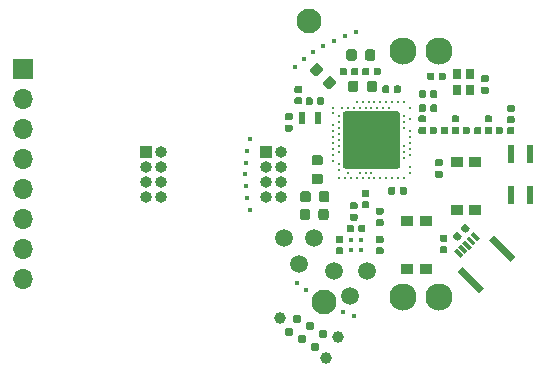
<source format=gbr>
G04 #@! TF.GenerationSoftware,KiCad,Pcbnew,(5.1.5-0)*
G04 #@! TF.CreationDate,2020-05-02T01:07:30+03:00*
G04 #@! TF.ProjectId,raybeacon,72617962-6561-4636-9f6e-2e6b69636164,1.4*
G04 #@! TF.SameCoordinates,PX8f0d180PY5f5e100*
G04 #@! TF.FileFunction,Soldermask,Top*
G04 #@! TF.FilePolarity,Negative*
%FSLAX46Y46*%
G04 Gerber Fmt 4.6, Leading zero omitted, Abs format (unit mm)*
G04 Created by KiCad (PCBNEW (5.1.5-0)) date 2020-05-02 01:07:30*
%MOMM*%
%LPD*%
G04 APERTURE LIST*
%ADD10R,0.600000X1.500000*%
%ADD11C,1.500000*%
%ADD12C,2.100000*%
%ADD13C,0.990600*%
%ADD14C,0.787400*%
%ADD15C,0.250000*%
%ADD16C,0.100000*%
%ADD17C,0.400000*%
%ADD18R,1.000000X1.000000*%
%ADD19O,1.000000X1.000000*%
%ADD20C,2.300000*%
%ADD21R,0.800000X0.900000*%
%ADD22R,0.400000X0.400000*%
%ADD23R,1.000000X0.900000*%
%ADD24R,0.600000X1.100000*%
%ADD25R,1.700000X1.700000*%
%ADD26O,1.700000X1.700000*%
G04 APERTURE END LIST*
D10*
X9600000Y-1750000D03*
X11200000Y-1750000D03*
X11200000Y1750000D03*
X9600000Y1750000D03*
D11*
X-5400000Y-8195577D03*
X-2600000Y-8195577D03*
D12*
X-6233974Y-10799483D03*
D13*
X-5042295Y-13813512D03*
X-6058295Y-15573276D03*
X-9949705Y-12153394D03*
D14*
X-9167352Y-13338320D03*
X-8532352Y-12238468D03*
X-8067500Y-13973320D03*
X-7432500Y-12873468D03*
X-6967648Y-14608320D03*
X-6332648Y-13508468D03*
D15*
X1050000Y150000D03*
X1050000Y650000D03*
X1050000Y1650000D03*
X1050000Y2150000D03*
X1050000Y2650000D03*
X1050000Y3150000D03*
X1050000Y3650000D03*
X1050000Y4650000D03*
X550000Y1400000D03*
X550000Y1900000D03*
X550000Y2400000D03*
X550000Y3900000D03*
X550000Y4400000D03*
X550000Y6150000D03*
X50000Y6150000D03*
X-450000Y6150000D03*
X-950000Y6150000D03*
X-1450000Y6150000D03*
X-1950000Y6150000D03*
X-2450000Y6150000D03*
X-2950000Y6150000D03*
X-700000Y5650000D03*
X-1200000Y5650000D03*
X-1700000Y5650000D03*
X-2200000Y5650000D03*
X-2700000Y5650000D03*
X-3200000Y5650000D03*
X-3700000Y5650000D03*
X-4200000Y5650000D03*
X-4200000Y150000D03*
X-3200000Y150000D03*
X-2700000Y150000D03*
X-2200000Y150000D03*
X50000Y-350000D03*
X-450000Y-350000D03*
X-950000Y-350000D03*
X-1450000Y-350000D03*
X-1950000Y-350000D03*
X-2450000Y-350000D03*
X-2950000Y-350000D03*
X-3450000Y-350000D03*
X-3950000Y-350000D03*
X-4450000Y-350000D03*
X-5450000Y5650000D03*
X-4950000Y4900000D03*
X-5450000Y5150000D03*
X-4950000Y4400000D03*
X-4950000Y3900000D03*
X-4950000Y3400000D03*
X-4950000Y2900000D03*
X-4950000Y2400000D03*
X-4950000Y1900000D03*
X-5450000Y4150000D03*
X-5450000Y3650000D03*
X-5450000Y3150000D03*
X-5450000Y2650000D03*
X-5450000Y2150000D03*
X-5450000Y1650000D03*
X-5450000Y1150000D03*
X-4950000Y900000D03*
X-4950000Y400000D03*
X-4950000Y-350000D03*
X550000Y-350000D03*
X-4700000Y5650000D03*
X-3450000Y6150000D03*
X550000Y4900000D03*
X1050000Y5650000D03*
D16*
G36*
X6269Y5323832D02*
G01*
X29809Y5320340D01*
X52894Y5314558D01*
X75301Y5306541D01*
X96814Y5296366D01*
X117226Y5284131D01*
X136340Y5269955D01*
X153973Y5253973D01*
X169955Y5236340D01*
X184131Y5217226D01*
X196366Y5196814D01*
X206541Y5175301D01*
X214558Y5152894D01*
X220340Y5129809D01*
X223832Y5106269D01*
X225000Y5082500D01*
X225000Y717500D01*
X223832Y693731D01*
X220340Y670191D01*
X214558Y647106D01*
X206541Y624699D01*
X196366Y603186D01*
X184131Y582774D01*
X169955Y563660D01*
X153973Y546027D01*
X136340Y530045D01*
X117226Y515869D01*
X96814Y503634D01*
X75301Y493459D01*
X52894Y485442D01*
X29809Y479660D01*
X6269Y476168D01*
X-17500Y475000D01*
X-4382500Y475000D01*
X-4406269Y476168D01*
X-4429809Y479660D01*
X-4452894Y485442D01*
X-4475301Y493459D01*
X-4496814Y503634D01*
X-4517226Y515869D01*
X-4536340Y530045D01*
X-4553973Y546027D01*
X-4569955Y563660D01*
X-4584131Y582774D01*
X-4596366Y603186D01*
X-4606541Y624699D01*
X-4614558Y647106D01*
X-4620340Y670191D01*
X-4623832Y693731D01*
X-4625000Y717500D01*
X-4625000Y5082500D01*
X-4623832Y5106269D01*
X-4620340Y5129809D01*
X-4614558Y5152894D01*
X-4606541Y5175301D01*
X-4596366Y5196814D01*
X-4584131Y5217226D01*
X-4569955Y5236340D01*
X-4553973Y5253973D01*
X-4536340Y5269955D01*
X-4517226Y5284131D01*
X-4496814Y5296366D01*
X-4475301Y5306541D01*
X-4452894Y5314558D01*
X-4429809Y5320340D01*
X-4406269Y5323832D01*
X-4382500Y5325000D01*
X-17500Y5325000D01*
X6269Y5323832D01*
G37*
D12*
X-7500000Y12990381D03*
D17*
X-7116025Y10325318D03*
X-7932051Y9738715D03*
X-8698076Y9065510D03*
X-3501924Y12065510D03*
X-4467949Y11738715D03*
X-5383975Y11325318D03*
X-6275000Y10868619D03*
D11*
X-8350000Y-7600000D03*
D16*
G36*
X-9013041Y5179291D02*
G01*
X-8998723Y5177167D01*
X-8984682Y5173650D01*
X-8971053Y5168773D01*
X-8957968Y5162584D01*
X-8945552Y5155143D01*
X-8933926Y5146520D01*
X-8923201Y5136799D01*
X-8913480Y5126074D01*
X-8904857Y5114448D01*
X-8897416Y5102032D01*
X-8891227Y5088947D01*
X-8886350Y5075318D01*
X-8882833Y5061277D01*
X-8880709Y5046959D01*
X-8879999Y5032501D01*
X-8879999Y4737501D01*
X-8880709Y4723043D01*
X-8882833Y4708725D01*
X-8886350Y4694684D01*
X-8891227Y4681055D01*
X-8897416Y4667970D01*
X-8904857Y4655554D01*
X-8913480Y4643928D01*
X-8923201Y4633203D01*
X-8933926Y4623482D01*
X-8945552Y4614859D01*
X-8957968Y4607418D01*
X-8971053Y4601229D01*
X-8984682Y4596352D01*
X-8998723Y4592835D01*
X-9013041Y4590711D01*
X-9027499Y4590001D01*
X-9372499Y4590001D01*
X-9386957Y4590711D01*
X-9401275Y4592835D01*
X-9415316Y4596352D01*
X-9428945Y4601229D01*
X-9442030Y4607418D01*
X-9454446Y4614859D01*
X-9466072Y4623482D01*
X-9476797Y4633203D01*
X-9486518Y4643928D01*
X-9495141Y4655554D01*
X-9502582Y4667970D01*
X-9508771Y4681055D01*
X-9513648Y4694684D01*
X-9517165Y4708725D01*
X-9519289Y4723043D01*
X-9519999Y4737501D01*
X-9519999Y5032501D01*
X-9519289Y5046959D01*
X-9517165Y5061277D01*
X-9513648Y5075318D01*
X-9508771Y5088947D01*
X-9502582Y5102032D01*
X-9495141Y5114448D01*
X-9486518Y5126074D01*
X-9476797Y5136799D01*
X-9466072Y5146520D01*
X-9454446Y5155143D01*
X-9442030Y5162584D01*
X-9428945Y5168773D01*
X-9415316Y5173650D01*
X-9401275Y5177167D01*
X-9386957Y5179291D01*
X-9372499Y5180001D01*
X-9027499Y5180001D01*
X-9013041Y5179291D01*
G37*
G36*
X-9013041Y4209291D02*
G01*
X-8998723Y4207167D01*
X-8984682Y4203650D01*
X-8971053Y4198773D01*
X-8957968Y4192584D01*
X-8945552Y4185143D01*
X-8933926Y4176520D01*
X-8923201Y4166799D01*
X-8913480Y4156074D01*
X-8904857Y4144448D01*
X-8897416Y4132032D01*
X-8891227Y4118947D01*
X-8886350Y4105318D01*
X-8882833Y4091277D01*
X-8880709Y4076959D01*
X-8879999Y4062501D01*
X-8879999Y3767501D01*
X-8880709Y3753043D01*
X-8882833Y3738725D01*
X-8886350Y3724684D01*
X-8891227Y3711055D01*
X-8897416Y3697970D01*
X-8904857Y3685554D01*
X-8913480Y3673928D01*
X-8923201Y3663203D01*
X-8933926Y3653482D01*
X-8945552Y3644859D01*
X-8957968Y3637418D01*
X-8971053Y3631229D01*
X-8984682Y3626352D01*
X-8998723Y3622835D01*
X-9013041Y3620711D01*
X-9027499Y3620001D01*
X-9372499Y3620001D01*
X-9386957Y3620711D01*
X-9401275Y3622835D01*
X-9415316Y3626352D01*
X-9428945Y3631229D01*
X-9442030Y3637418D01*
X-9454446Y3644859D01*
X-9466072Y3653482D01*
X-9476797Y3663203D01*
X-9486518Y3673928D01*
X-9495141Y3685554D01*
X-9502582Y3697970D01*
X-9508771Y3711055D01*
X-9513648Y3724684D01*
X-9517165Y3738725D01*
X-9519289Y3753043D01*
X-9519999Y3767501D01*
X-9519999Y4062501D01*
X-9519289Y4076959D01*
X-9517165Y4091277D01*
X-9513648Y4105318D01*
X-9508771Y4118947D01*
X-9502582Y4132032D01*
X-9495141Y4144448D01*
X-9486518Y4156074D01*
X-9476797Y4166799D01*
X-9466072Y4176520D01*
X-9454446Y4185143D01*
X-9442030Y4192584D01*
X-9428945Y4198773D01*
X-9415316Y4203650D01*
X-9401275Y4207167D01*
X-9386957Y4209291D01*
X-9372499Y4210001D01*
X-9027499Y4210001D01*
X-9013041Y4209291D01*
G37*
D18*
X-11100000Y1900001D03*
D19*
X-9830000Y1900001D03*
X-11100000Y630001D03*
X-9830000Y630001D03*
X-11100000Y-639999D03*
X-9830000Y-639999D03*
X-11100000Y-1909999D03*
X-9830000Y-1909999D03*
D17*
X-12850000Y-950000D03*
X-12499999Y-2999999D03*
X-12700000Y-2000000D03*
X-12500000Y3000000D03*
X-12899999Y0D03*
X-12699999Y2000001D03*
X-12850000Y999999D03*
D20*
X3500000Y-10400000D03*
X500000Y-10400000D03*
X3500000Y10400000D03*
X500000Y10400000D03*
D21*
X5050001Y8500000D03*
X5050001Y7100000D03*
X6150001Y7100000D03*
X6150001Y8500000D03*
D16*
G36*
X7886958Y4979290D02*
G01*
X7901276Y4977166D01*
X7915317Y4973649D01*
X7928946Y4968772D01*
X7942031Y4962583D01*
X7954447Y4955142D01*
X7966073Y4946519D01*
X7976798Y4936798D01*
X7986519Y4926073D01*
X7995142Y4914447D01*
X8002583Y4902031D01*
X8008772Y4888946D01*
X8013649Y4875317D01*
X8017166Y4861276D01*
X8019290Y4846958D01*
X8020000Y4832500D01*
X8020000Y4537500D01*
X8019290Y4523042D01*
X8017166Y4508724D01*
X8013649Y4494683D01*
X8008772Y4481054D01*
X8002583Y4467969D01*
X7995142Y4455553D01*
X7986519Y4443927D01*
X7976798Y4433202D01*
X7966073Y4423481D01*
X7954447Y4414858D01*
X7942031Y4407417D01*
X7928946Y4401228D01*
X7915317Y4396351D01*
X7901276Y4392834D01*
X7886958Y4390710D01*
X7872500Y4390000D01*
X7527500Y4390000D01*
X7513042Y4390710D01*
X7498724Y4392834D01*
X7484683Y4396351D01*
X7471054Y4401228D01*
X7457969Y4407417D01*
X7445553Y4414858D01*
X7433927Y4423481D01*
X7423202Y4433202D01*
X7413481Y4443927D01*
X7404858Y4455553D01*
X7397417Y4467969D01*
X7391228Y4481054D01*
X7386351Y4494683D01*
X7382834Y4508724D01*
X7380710Y4523042D01*
X7380000Y4537500D01*
X7380000Y4832500D01*
X7380710Y4846958D01*
X7382834Y4861276D01*
X7386351Y4875317D01*
X7391228Y4888946D01*
X7397417Y4902031D01*
X7404858Y4914447D01*
X7413481Y4926073D01*
X7423202Y4936798D01*
X7433927Y4946519D01*
X7445553Y4955142D01*
X7457969Y4962583D01*
X7471054Y4968772D01*
X7484683Y4973649D01*
X7498724Y4977166D01*
X7513042Y4979290D01*
X7527500Y4980000D01*
X7872500Y4980000D01*
X7886958Y4979290D01*
G37*
G36*
X7886958Y4009290D02*
G01*
X7901276Y4007166D01*
X7915317Y4003649D01*
X7928946Y3998772D01*
X7942031Y3992583D01*
X7954447Y3985142D01*
X7966073Y3976519D01*
X7976798Y3966798D01*
X7986519Y3956073D01*
X7995142Y3944447D01*
X8002583Y3932031D01*
X8008772Y3918946D01*
X8013649Y3905317D01*
X8017166Y3891276D01*
X8019290Y3876958D01*
X8020000Y3862500D01*
X8020000Y3567500D01*
X8019290Y3553042D01*
X8017166Y3538724D01*
X8013649Y3524683D01*
X8008772Y3511054D01*
X8002583Y3497969D01*
X7995142Y3485553D01*
X7986519Y3473927D01*
X7976798Y3463202D01*
X7966073Y3453481D01*
X7954447Y3444858D01*
X7942031Y3437417D01*
X7928946Y3431228D01*
X7915317Y3426351D01*
X7901276Y3422834D01*
X7886958Y3420710D01*
X7872500Y3420000D01*
X7527500Y3420000D01*
X7513042Y3420710D01*
X7498724Y3422834D01*
X7484683Y3426351D01*
X7471054Y3431228D01*
X7457969Y3437417D01*
X7445553Y3444858D01*
X7433927Y3453481D01*
X7423202Y3463202D01*
X7413481Y3473927D01*
X7404858Y3485553D01*
X7397417Y3497969D01*
X7391228Y3511054D01*
X7386351Y3524683D01*
X7382834Y3538724D01*
X7380710Y3553042D01*
X7380000Y3567500D01*
X7380000Y3862500D01*
X7380710Y3876958D01*
X7382834Y3891276D01*
X7386351Y3905317D01*
X7391228Y3918946D01*
X7397417Y3932031D01*
X7404858Y3944447D01*
X7413481Y3956073D01*
X7423202Y3966798D01*
X7433927Y3976519D01*
X7445553Y3985142D01*
X7457969Y3992583D01*
X7471054Y3998772D01*
X7484683Y4003649D01*
X7498724Y4007166D01*
X7513042Y4009290D01*
X7527500Y4010000D01*
X7872500Y4010000D01*
X7886958Y4009290D01*
G37*
G36*
X5086958Y4979291D02*
G01*
X5101276Y4977167D01*
X5115317Y4973650D01*
X5128946Y4968773D01*
X5142031Y4962584D01*
X5154447Y4955143D01*
X5166073Y4946520D01*
X5176798Y4936799D01*
X5186519Y4926074D01*
X5195142Y4914448D01*
X5202583Y4902032D01*
X5208772Y4888947D01*
X5213649Y4875318D01*
X5217166Y4861277D01*
X5219290Y4846959D01*
X5220000Y4832501D01*
X5220000Y4537501D01*
X5219290Y4523043D01*
X5217166Y4508725D01*
X5213649Y4494684D01*
X5208772Y4481055D01*
X5202583Y4467970D01*
X5195142Y4455554D01*
X5186519Y4443928D01*
X5176798Y4433203D01*
X5166073Y4423482D01*
X5154447Y4414859D01*
X5142031Y4407418D01*
X5128946Y4401229D01*
X5115317Y4396352D01*
X5101276Y4392835D01*
X5086958Y4390711D01*
X5072500Y4390001D01*
X4727500Y4390001D01*
X4713042Y4390711D01*
X4698724Y4392835D01*
X4684683Y4396352D01*
X4671054Y4401229D01*
X4657969Y4407418D01*
X4645553Y4414859D01*
X4633927Y4423482D01*
X4623202Y4433203D01*
X4613481Y4443928D01*
X4604858Y4455554D01*
X4597417Y4467970D01*
X4591228Y4481055D01*
X4586351Y4494684D01*
X4582834Y4508725D01*
X4580710Y4523043D01*
X4580000Y4537501D01*
X4580000Y4832501D01*
X4580710Y4846959D01*
X4582834Y4861277D01*
X4586351Y4875318D01*
X4591228Y4888947D01*
X4597417Y4902032D01*
X4604858Y4914448D01*
X4613481Y4926074D01*
X4623202Y4936799D01*
X4633927Y4946520D01*
X4645553Y4955143D01*
X4657969Y4962584D01*
X4671054Y4968773D01*
X4684683Y4973650D01*
X4698724Y4977167D01*
X4713042Y4979291D01*
X4727500Y4980001D01*
X5072500Y4980001D01*
X5086958Y4979291D01*
G37*
G36*
X5086958Y4009291D02*
G01*
X5101276Y4007167D01*
X5115317Y4003650D01*
X5128946Y3998773D01*
X5142031Y3992584D01*
X5154447Y3985143D01*
X5166073Y3976520D01*
X5176798Y3966799D01*
X5186519Y3956074D01*
X5195142Y3944448D01*
X5202583Y3932032D01*
X5208772Y3918947D01*
X5213649Y3905318D01*
X5217166Y3891277D01*
X5219290Y3876959D01*
X5220000Y3862501D01*
X5220000Y3567501D01*
X5219290Y3553043D01*
X5217166Y3538725D01*
X5213649Y3524684D01*
X5208772Y3511055D01*
X5202583Y3497970D01*
X5195142Y3485554D01*
X5186519Y3473928D01*
X5176798Y3463203D01*
X5166073Y3453482D01*
X5154447Y3444859D01*
X5142031Y3437418D01*
X5128946Y3431229D01*
X5115317Y3426352D01*
X5101276Y3422835D01*
X5086958Y3420711D01*
X5072500Y3420001D01*
X4727500Y3420001D01*
X4713042Y3420711D01*
X4698724Y3422835D01*
X4684683Y3426352D01*
X4671054Y3431229D01*
X4657969Y3437418D01*
X4645553Y3444859D01*
X4633927Y3453482D01*
X4623202Y3463203D01*
X4613481Y3473928D01*
X4604858Y3485554D01*
X4597417Y3497970D01*
X4591228Y3511055D01*
X4586351Y3524684D01*
X4582834Y3538725D01*
X4580710Y3553043D01*
X4580000Y3567501D01*
X4580000Y3862501D01*
X4580710Y3876959D01*
X4582834Y3891277D01*
X4586351Y3905318D01*
X4591228Y3918947D01*
X4597417Y3932032D01*
X4604858Y3944448D01*
X4613481Y3956074D01*
X4623202Y3966799D01*
X4633927Y3976520D01*
X4645553Y3985143D01*
X4657969Y3992584D01*
X4671054Y3998773D01*
X4684683Y4003650D01*
X4698724Y4007167D01*
X4713042Y4009291D01*
X4727500Y4010001D01*
X5072500Y4010001D01*
X5086958Y4009291D01*
G37*
D22*
X-3100000Y-6400000D03*
X-3100000Y-5600000D03*
X-3900000Y-5600000D03*
X-3900000Y-6400000D03*
D16*
G36*
X9550610Y-7387868D02*
G01*
X7712132Y-5549390D01*
X8136396Y-5125126D01*
X9974874Y-6963604D01*
X9550610Y-7387868D01*
G37*
G36*
X6863604Y-10074874D02*
G01*
X5025126Y-8236396D01*
X5449390Y-7812132D01*
X7287868Y-9650610D01*
X6863604Y-10074874D01*
G37*
G36*
X6739860Y-5673134D02*
G01*
X6174175Y-5107449D01*
X6421662Y-4859962D01*
X6987347Y-5425647D01*
X6739860Y-5673134D01*
G37*
G36*
X6386307Y-6026687D02*
G01*
X5820622Y-5461002D01*
X6068109Y-5213515D01*
X6633794Y-5779200D01*
X6386307Y-6026687D01*
G37*
G36*
X6032753Y-6380240D02*
G01*
X5467068Y-5814555D01*
X5714555Y-5567068D01*
X6280240Y-6132753D01*
X6032753Y-6380240D01*
G37*
G36*
X5679200Y-6733794D02*
G01*
X5113515Y-6168109D01*
X5361002Y-5920622D01*
X5926687Y-6486307D01*
X5679200Y-6733794D01*
G37*
G36*
X5325647Y-7087347D02*
G01*
X4759962Y-6521662D01*
X5007449Y-6274175D01*
X5573134Y-6839860D01*
X5325647Y-7087347D01*
G37*
D17*
X-4581827Y-11637882D03*
X-7786121Y-9787882D03*
X-8533846Y-9182978D03*
X-3640802Y-12007978D03*
D16*
G36*
X7586958Y8379290D02*
G01*
X7601276Y8377166D01*
X7615317Y8373649D01*
X7628946Y8368772D01*
X7642031Y8362583D01*
X7654447Y8355142D01*
X7666073Y8346519D01*
X7676798Y8336798D01*
X7686519Y8326073D01*
X7695142Y8314447D01*
X7702583Y8302031D01*
X7708772Y8288946D01*
X7713649Y8275317D01*
X7717166Y8261276D01*
X7719290Y8246958D01*
X7720000Y8232500D01*
X7720000Y7937500D01*
X7719290Y7923042D01*
X7717166Y7908724D01*
X7713649Y7894683D01*
X7708772Y7881054D01*
X7702583Y7867969D01*
X7695142Y7855553D01*
X7686519Y7843927D01*
X7676798Y7833202D01*
X7666073Y7823481D01*
X7654447Y7814858D01*
X7642031Y7807417D01*
X7628946Y7801228D01*
X7615317Y7796351D01*
X7601276Y7792834D01*
X7586958Y7790710D01*
X7572500Y7790000D01*
X7227500Y7790000D01*
X7213042Y7790710D01*
X7198724Y7792834D01*
X7184683Y7796351D01*
X7171054Y7801228D01*
X7157969Y7807417D01*
X7145553Y7814858D01*
X7133927Y7823481D01*
X7123202Y7833202D01*
X7113481Y7843927D01*
X7104858Y7855553D01*
X7097417Y7867969D01*
X7091228Y7881054D01*
X7086351Y7894683D01*
X7082834Y7908724D01*
X7080710Y7923042D01*
X7080000Y7937500D01*
X7080000Y8232500D01*
X7080710Y8246958D01*
X7082834Y8261276D01*
X7086351Y8275317D01*
X7091228Y8288946D01*
X7097417Y8302031D01*
X7104858Y8314447D01*
X7113481Y8326073D01*
X7123202Y8336798D01*
X7133927Y8346519D01*
X7145553Y8355142D01*
X7157969Y8362583D01*
X7171054Y8368772D01*
X7184683Y8373649D01*
X7198724Y8377166D01*
X7213042Y8379290D01*
X7227500Y8380000D01*
X7572500Y8380000D01*
X7586958Y8379290D01*
G37*
G36*
X7586958Y7409290D02*
G01*
X7601276Y7407166D01*
X7615317Y7403649D01*
X7628946Y7398772D01*
X7642031Y7392583D01*
X7654447Y7385142D01*
X7666073Y7376519D01*
X7676798Y7366798D01*
X7686519Y7356073D01*
X7695142Y7344447D01*
X7702583Y7332031D01*
X7708772Y7318946D01*
X7713649Y7305317D01*
X7717166Y7291276D01*
X7719290Y7276958D01*
X7720000Y7262500D01*
X7720000Y6967500D01*
X7719290Y6953042D01*
X7717166Y6938724D01*
X7713649Y6924683D01*
X7708772Y6911054D01*
X7702583Y6897969D01*
X7695142Y6885553D01*
X7686519Y6873927D01*
X7676798Y6863202D01*
X7666073Y6853481D01*
X7654447Y6844858D01*
X7642031Y6837417D01*
X7628946Y6831228D01*
X7615317Y6826351D01*
X7601276Y6822834D01*
X7586958Y6820710D01*
X7572500Y6820000D01*
X7227500Y6820000D01*
X7213042Y6820710D01*
X7198724Y6822834D01*
X7184683Y6826351D01*
X7171054Y6831228D01*
X7157969Y6837417D01*
X7145553Y6844858D01*
X7133927Y6853481D01*
X7123202Y6863202D01*
X7113481Y6873927D01*
X7104858Y6885553D01*
X7097417Y6897969D01*
X7091228Y6911054D01*
X7086351Y6924683D01*
X7082834Y6938724D01*
X7080710Y6953042D01*
X7080000Y6967500D01*
X7080000Y7262500D01*
X7080710Y7276958D01*
X7082834Y7291276D01*
X7086351Y7305317D01*
X7091228Y7318946D01*
X7097417Y7332031D01*
X7104858Y7344447D01*
X7113481Y7356073D01*
X7123202Y7366798D01*
X7133927Y7376519D01*
X7145553Y7385142D01*
X7157969Y7392583D01*
X7171054Y7398772D01*
X7184683Y7403649D01*
X7198724Y7407166D01*
X7213042Y7409290D01*
X7227500Y7410000D01*
X7572500Y7410000D01*
X7586958Y7409290D01*
G37*
G36*
X3946958Y8619290D02*
G01*
X3961276Y8617166D01*
X3975317Y8613649D01*
X3988946Y8608772D01*
X4002031Y8602583D01*
X4014447Y8595142D01*
X4026073Y8586519D01*
X4036798Y8576798D01*
X4046519Y8566073D01*
X4055142Y8554447D01*
X4062583Y8542031D01*
X4068772Y8528946D01*
X4073649Y8515317D01*
X4077166Y8501276D01*
X4079290Y8486958D01*
X4080000Y8472500D01*
X4080000Y8127500D01*
X4079290Y8113042D01*
X4077166Y8098724D01*
X4073649Y8084683D01*
X4068772Y8071054D01*
X4062583Y8057969D01*
X4055142Y8045553D01*
X4046519Y8033927D01*
X4036798Y8023202D01*
X4026073Y8013481D01*
X4014447Y8004858D01*
X4002031Y7997417D01*
X3988946Y7991228D01*
X3975317Y7986351D01*
X3961276Y7982834D01*
X3946958Y7980710D01*
X3932500Y7980000D01*
X3637500Y7980000D01*
X3623042Y7980710D01*
X3608724Y7982834D01*
X3594683Y7986351D01*
X3581054Y7991228D01*
X3567969Y7997417D01*
X3555553Y8004858D01*
X3543927Y8013481D01*
X3533202Y8023202D01*
X3523481Y8033927D01*
X3514858Y8045553D01*
X3507417Y8057969D01*
X3501228Y8071054D01*
X3496351Y8084683D01*
X3492834Y8098724D01*
X3490710Y8113042D01*
X3490000Y8127500D01*
X3490000Y8472500D01*
X3490710Y8486958D01*
X3492834Y8501276D01*
X3496351Y8515317D01*
X3501228Y8528946D01*
X3507417Y8542031D01*
X3514858Y8554447D01*
X3523481Y8566073D01*
X3533202Y8576798D01*
X3543927Y8586519D01*
X3555553Y8595142D01*
X3567969Y8602583D01*
X3581054Y8608772D01*
X3594683Y8613649D01*
X3608724Y8617166D01*
X3623042Y8619290D01*
X3637500Y8620000D01*
X3932500Y8620000D01*
X3946958Y8619290D01*
G37*
G36*
X2976958Y8619290D02*
G01*
X2991276Y8617166D01*
X3005317Y8613649D01*
X3018946Y8608772D01*
X3032031Y8602583D01*
X3044447Y8595142D01*
X3056073Y8586519D01*
X3066798Y8576798D01*
X3076519Y8566073D01*
X3085142Y8554447D01*
X3092583Y8542031D01*
X3098772Y8528946D01*
X3103649Y8515317D01*
X3107166Y8501276D01*
X3109290Y8486958D01*
X3110000Y8472500D01*
X3110000Y8127500D01*
X3109290Y8113042D01*
X3107166Y8098724D01*
X3103649Y8084683D01*
X3098772Y8071054D01*
X3092583Y8057969D01*
X3085142Y8045553D01*
X3076519Y8033927D01*
X3066798Y8023202D01*
X3056073Y8013481D01*
X3044447Y8004858D01*
X3032031Y7997417D01*
X3018946Y7991228D01*
X3005317Y7986351D01*
X2991276Y7982834D01*
X2976958Y7980710D01*
X2962500Y7980000D01*
X2667500Y7980000D01*
X2653042Y7980710D01*
X2638724Y7982834D01*
X2624683Y7986351D01*
X2611054Y7991228D01*
X2597969Y7997417D01*
X2585553Y8004858D01*
X2573927Y8013481D01*
X2563202Y8023202D01*
X2553481Y8033927D01*
X2544858Y8045553D01*
X2537417Y8057969D01*
X2531228Y8071054D01*
X2526351Y8084683D01*
X2522834Y8098724D01*
X2520710Y8113042D01*
X2520000Y8127500D01*
X2520000Y8472500D01*
X2520710Y8486958D01*
X2522834Y8501276D01*
X2526351Y8515317D01*
X2531228Y8528946D01*
X2537417Y8542031D01*
X2544858Y8554447D01*
X2553481Y8566073D01*
X2563202Y8576798D01*
X2573927Y8586519D01*
X2585553Y8595142D01*
X2597969Y8602583D01*
X2611054Y8608772D01*
X2624683Y8613649D01*
X2638724Y8617166D01*
X2653042Y8619290D01*
X2667500Y8620000D01*
X2962500Y8620000D01*
X2976958Y8619290D01*
G37*
G36*
X2286958Y4979290D02*
G01*
X2301276Y4977166D01*
X2315317Y4973649D01*
X2328946Y4968772D01*
X2342031Y4962583D01*
X2354447Y4955142D01*
X2366073Y4946519D01*
X2376798Y4936798D01*
X2386519Y4926073D01*
X2395142Y4914447D01*
X2402583Y4902031D01*
X2408772Y4888946D01*
X2413649Y4875317D01*
X2417166Y4861276D01*
X2419290Y4846958D01*
X2420000Y4832500D01*
X2420000Y4537500D01*
X2419290Y4523042D01*
X2417166Y4508724D01*
X2413649Y4494683D01*
X2408772Y4481054D01*
X2402583Y4467969D01*
X2395142Y4455553D01*
X2386519Y4443927D01*
X2376798Y4433202D01*
X2366073Y4423481D01*
X2354447Y4414858D01*
X2342031Y4407417D01*
X2328946Y4401228D01*
X2315317Y4396351D01*
X2301276Y4392834D01*
X2286958Y4390710D01*
X2272500Y4390000D01*
X1927500Y4390000D01*
X1913042Y4390710D01*
X1898724Y4392834D01*
X1884683Y4396351D01*
X1871054Y4401228D01*
X1857969Y4407417D01*
X1845553Y4414858D01*
X1833927Y4423481D01*
X1823202Y4433202D01*
X1813481Y4443927D01*
X1804858Y4455553D01*
X1797417Y4467969D01*
X1791228Y4481054D01*
X1786351Y4494683D01*
X1782834Y4508724D01*
X1780710Y4523042D01*
X1780000Y4537500D01*
X1780000Y4832500D01*
X1780710Y4846958D01*
X1782834Y4861276D01*
X1786351Y4875317D01*
X1791228Y4888946D01*
X1797417Y4902031D01*
X1804858Y4914447D01*
X1813481Y4926073D01*
X1823202Y4936798D01*
X1833927Y4946519D01*
X1845553Y4955142D01*
X1857969Y4962583D01*
X1871054Y4968772D01*
X1884683Y4973649D01*
X1898724Y4977166D01*
X1913042Y4979290D01*
X1927500Y4980000D01*
X2272500Y4980000D01*
X2286958Y4979290D01*
G37*
G36*
X2286958Y4009290D02*
G01*
X2301276Y4007166D01*
X2315317Y4003649D01*
X2328946Y3998772D01*
X2342031Y3992583D01*
X2354447Y3985142D01*
X2366073Y3976519D01*
X2376798Y3966798D01*
X2386519Y3956073D01*
X2395142Y3944447D01*
X2402583Y3932031D01*
X2408772Y3918946D01*
X2413649Y3905317D01*
X2417166Y3891276D01*
X2419290Y3876958D01*
X2420000Y3862500D01*
X2420000Y3567500D01*
X2419290Y3553042D01*
X2417166Y3538724D01*
X2413649Y3524683D01*
X2408772Y3511054D01*
X2402583Y3497969D01*
X2395142Y3485553D01*
X2386519Y3473927D01*
X2376798Y3463202D01*
X2366073Y3453481D01*
X2354447Y3444858D01*
X2342031Y3437417D01*
X2328946Y3431228D01*
X2315317Y3426351D01*
X2301276Y3422834D01*
X2286958Y3420710D01*
X2272500Y3420000D01*
X1927500Y3420000D01*
X1913042Y3420710D01*
X1898724Y3422834D01*
X1884683Y3426351D01*
X1871054Y3431228D01*
X1857969Y3437417D01*
X1845553Y3444858D01*
X1833927Y3453481D01*
X1823202Y3463202D01*
X1813481Y3473927D01*
X1804858Y3485553D01*
X1797417Y3497969D01*
X1791228Y3511054D01*
X1786351Y3524683D01*
X1782834Y3538724D01*
X1780710Y3553042D01*
X1780000Y3567500D01*
X1780000Y3862500D01*
X1780710Y3876958D01*
X1782834Y3891276D01*
X1786351Y3905317D01*
X1791228Y3918946D01*
X1797417Y3932031D01*
X1804858Y3944447D01*
X1813481Y3956073D01*
X1823202Y3966798D01*
X1833927Y3976519D01*
X1845553Y3985142D01*
X1857969Y3992583D01*
X1871054Y3998772D01*
X1884683Y4003649D01*
X1898724Y4007166D01*
X1913042Y4009290D01*
X1927500Y4010000D01*
X2272500Y4010000D01*
X2286958Y4009290D01*
G37*
G36*
X-6353041Y6519291D02*
G01*
X-6338723Y6517167D01*
X-6324682Y6513650D01*
X-6311053Y6508773D01*
X-6297968Y6502584D01*
X-6285552Y6495143D01*
X-6273926Y6486520D01*
X-6263201Y6476799D01*
X-6253480Y6466074D01*
X-6244857Y6454448D01*
X-6237416Y6442032D01*
X-6231227Y6428947D01*
X-6226350Y6415318D01*
X-6222833Y6401277D01*
X-6220709Y6386959D01*
X-6219999Y6372501D01*
X-6219999Y6027501D01*
X-6220709Y6013043D01*
X-6222833Y5998725D01*
X-6226350Y5984684D01*
X-6231227Y5971055D01*
X-6237416Y5957970D01*
X-6244857Y5945554D01*
X-6253480Y5933928D01*
X-6263201Y5923203D01*
X-6273926Y5913482D01*
X-6285552Y5904859D01*
X-6297968Y5897418D01*
X-6311053Y5891229D01*
X-6324682Y5886352D01*
X-6338723Y5882835D01*
X-6353041Y5880711D01*
X-6367499Y5880001D01*
X-6662499Y5880001D01*
X-6676957Y5880711D01*
X-6691275Y5882835D01*
X-6705316Y5886352D01*
X-6718945Y5891229D01*
X-6732030Y5897418D01*
X-6744446Y5904859D01*
X-6756072Y5913482D01*
X-6766797Y5923203D01*
X-6776518Y5933928D01*
X-6785141Y5945554D01*
X-6792582Y5957970D01*
X-6798771Y5971055D01*
X-6803648Y5984684D01*
X-6807165Y5998725D01*
X-6809289Y6013043D01*
X-6809999Y6027501D01*
X-6809999Y6372501D01*
X-6809289Y6386959D01*
X-6807165Y6401277D01*
X-6803648Y6415318D01*
X-6798771Y6428947D01*
X-6792582Y6442032D01*
X-6785141Y6454448D01*
X-6776518Y6466074D01*
X-6766797Y6476799D01*
X-6756072Y6486520D01*
X-6744446Y6495143D01*
X-6732030Y6502584D01*
X-6718945Y6508773D01*
X-6705316Y6513650D01*
X-6691275Y6517167D01*
X-6676957Y6519291D01*
X-6662499Y6520001D01*
X-6367499Y6520001D01*
X-6353041Y6519291D01*
G37*
G36*
X-7323041Y6519291D02*
G01*
X-7308723Y6517167D01*
X-7294682Y6513650D01*
X-7281053Y6508773D01*
X-7267968Y6502584D01*
X-7255552Y6495143D01*
X-7243926Y6486520D01*
X-7233201Y6476799D01*
X-7223480Y6466074D01*
X-7214857Y6454448D01*
X-7207416Y6442032D01*
X-7201227Y6428947D01*
X-7196350Y6415318D01*
X-7192833Y6401277D01*
X-7190709Y6386959D01*
X-7189999Y6372501D01*
X-7189999Y6027501D01*
X-7190709Y6013043D01*
X-7192833Y5998725D01*
X-7196350Y5984684D01*
X-7201227Y5971055D01*
X-7207416Y5957970D01*
X-7214857Y5945554D01*
X-7223480Y5933928D01*
X-7233201Y5923203D01*
X-7243926Y5913482D01*
X-7255552Y5904859D01*
X-7267968Y5897418D01*
X-7281053Y5891229D01*
X-7294682Y5886352D01*
X-7308723Y5882835D01*
X-7323041Y5880711D01*
X-7337499Y5880001D01*
X-7632499Y5880001D01*
X-7646957Y5880711D01*
X-7661275Y5882835D01*
X-7675316Y5886352D01*
X-7688945Y5891229D01*
X-7702030Y5897418D01*
X-7714446Y5904859D01*
X-7726072Y5913482D01*
X-7736797Y5923203D01*
X-7746518Y5933928D01*
X-7755141Y5945554D01*
X-7762582Y5957970D01*
X-7768771Y5971055D01*
X-7773648Y5984684D01*
X-7777165Y5998725D01*
X-7779289Y6013043D01*
X-7779999Y6027501D01*
X-7779999Y6372501D01*
X-7779289Y6386959D01*
X-7777165Y6401277D01*
X-7773648Y6415318D01*
X-7768771Y6428947D01*
X-7762582Y6442032D01*
X-7755141Y6454448D01*
X-7746518Y6466074D01*
X-7736797Y6476799D01*
X-7726072Y6486520D01*
X-7714446Y6495143D01*
X-7702030Y6502584D01*
X-7688945Y6508773D01*
X-7675316Y6513650D01*
X-7661275Y6517167D01*
X-7646957Y6519291D01*
X-7632499Y6520001D01*
X-7337499Y6520001D01*
X-7323041Y6519291D01*
G37*
G36*
X-2513042Y-1320709D02*
G01*
X-2498724Y-1322833D01*
X-2484683Y-1326350D01*
X-2471054Y-1331227D01*
X-2457969Y-1337416D01*
X-2445553Y-1344857D01*
X-2433927Y-1353480D01*
X-2423202Y-1363201D01*
X-2413481Y-1373926D01*
X-2404858Y-1385552D01*
X-2397417Y-1397968D01*
X-2391228Y-1411053D01*
X-2386351Y-1424682D01*
X-2382834Y-1438723D01*
X-2380710Y-1453041D01*
X-2380000Y-1467499D01*
X-2380000Y-1762499D01*
X-2380710Y-1776957D01*
X-2382834Y-1791275D01*
X-2386351Y-1805316D01*
X-2391228Y-1818945D01*
X-2397417Y-1832030D01*
X-2404858Y-1844446D01*
X-2413481Y-1856072D01*
X-2423202Y-1866797D01*
X-2433927Y-1876518D01*
X-2445553Y-1885141D01*
X-2457969Y-1892582D01*
X-2471054Y-1898771D01*
X-2484683Y-1903648D01*
X-2498724Y-1907165D01*
X-2513042Y-1909289D01*
X-2527500Y-1909999D01*
X-2872500Y-1909999D01*
X-2886958Y-1909289D01*
X-2901276Y-1907165D01*
X-2915317Y-1903648D01*
X-2928946Y-1898771D01*
X-2942031Y-1892582D01*
X-2954447Y-1885141D01*
X-2966073Y-1876518D01*
X-2976798Y-1866797D01*
X-2986519Y-1856072D01*
X-2995142Y-1844446D01*
X-3002583Y-1832030D01*
X-3008772Y-1818945D01*
X-3013649Y-1805316D01*
X-3017166Y-1791275D01*
X-3019290Y-1776957D01*
X-3020000Y-1762499D01*
X-3020000Y-1467499D01*
X-3019290Y-1453041D01*
X-3017166Y-1438723D01*
X-3013649Y-1424682D01*
X-3008772Y-1411053D01*
X-3002583Y-1397968D01*
X-2995142Y-1385552D01*
X-2986519Y-1373926D01*
X-2976798Y-1363201D01*
X-2966073Y-1353480D01*
X-2954447Y-1344857D01*
X-2942031Y-1337416D01*
X-2928946Y-1331227D01*
X-2915317Y-1326350D01*
X-2901276Y-1322833D01*
X-2886958Y-1320709D01*
X-2872500Y-1319999D01*
X-2527500Y-1319999D01*
X-2513042Y-1320709D01*
G37*
G36*
X-2513042Y-2290709D02*
G01*
X-2498724Y-2292833D01*
X-2484683Y-2296350D01*
X-2471054Y-2301227D01*
X-2457969Y-2307416D01*
X-2445553Y-2314857D01*
X-2433927Y-2323480D01*
X-2423202Y-2333201D01*
X-2413481Y-2343926D01*
X-2404858Y-2355552D01*
X-2397417Y-2367968D01*
X-2391228Y-2381053D01*
X-2386351Y-2394682D01*
X-2382834Y-2408723D01*
X-2380710Y-2423041D01*
X-2380000Y-2437499D01*
X-2380000Y-2732499D01*
X-2380710Y-2746957D01*
X-2382834Y-2761275D01*
X-2386351Y-2775316D01*
X-2391228Y-2788945D01*
X-2397417Y-2802030D01*
X-2404858Y-2814446D01*
X-2413481Y-2826072D01*
X-2423202Y-2836797D01*
X-2433927Y-2846518D01*
X-2445553Y-2855141D01*
X-2457969Y-2862582D01*
X-2471054Y-2868771D01*
X-2484683Y-2873648D01*
X-2498724Y-2877165D01*
X-2513042Y-2879289D01*
X-2527500Y-2879999D01*
X-2872500Y-2879999D01*
X-2886958Y-2879289D01*
X-2901276Y-2877165D01*
X-2915317Y-2873648D01*
X-2928946Y-2868771D01*
X-2942031Y-2862582D01*
X-2954447Y-2855141D01*
X-2966073Y-2846518D01*
X-2976798Y-2836797D01*
X-2986519Y-2826072D01*
X-2995142Y-2814446D01*
X-3002583Y-2802030D01*
X-3008772Y-2788945D01*
X-3013649Y-2775316D01*
X-3017166Y-2761275D01*
X-3019290Y-2746957D01*
X-3020000Y-2732499D01*
X-3020000Y-2437499D01*
X-3019290Y-2423041D01*
X-3017166Y-2408723D01*
X-3013649Y-2394682D01*
X-3008772Y-2381053D01*
X-3002583Y-2367968D01*
X-2995142Y-2355552D01*
X-2986519Y-2343926D01*
X-2976798Y-2333201D01*
X-2966073Y-2323480D01*
X-2954447Y-2314857D01*
X-2942031Y-2307416D01*
X-2928946Y-2301227D01*
X-2915317Y-2296350D01*
X-2901276Y-2292833D01*
X-2886958Y-2290709D01*
X-2872500Y-2289999D01*
X-2527500Y-2289999D01*
X-2513042Y-2290709D01*
G37*
G36*
X-323042Y-1080710D02*
G01*
X-308724Y-1082834D01*
X-294683Y-1086351D01*
X-281054Y-1091228D01*
X-267969Y-1097417D01*
X-255553Y-1104858D01*
X-243927Y-1113481D01*
X-233202Y-1123202D01*
X-223481Y-1133927D01*
X-214858Y-1145553D01*
X-207417Y-1157969D01*
X-201228Y-1171054D01*
X-196351Y-1184683D01*
X-192834Y-1198724D01*
X-190710Y-1213042D01*
X-190000Y-1227500D01*
X-190000Y-1572500D01*
X-190710Y-1586958D01*
X-192834Y-1601276D01*
X-196351Y-1615317D01*
X-201228Y-1628946D01*
X-207417Y-1642031D01*
X-214858Y-1654447D01*
X-223481Y-1666073D01*
X-233202Y-1676798D01*
X-243927Y-1686519D01*
X-255553Y-1695142D01*
X-267969Y-1702583D01*
X-281054Y-1708772D01*
X-294683Y-1713649D01*
X-308724Y-1717166D01*
X-323042Y-1719290D01*
X-337500Y-1720000D01*
X-632500Y-1720000D01*
X-646958Y-1719290D01*
X-661276Y-1717166D01*
X-675317Y-1713649D01*
X-688946Y-1708772D01*
X-702031Y-1702583D01*
X-714447Y-1695142D01*
X-726073Y-1686519D01*
X-736798Y-1676798D01*
X-746519Y-1666073D01*
X-755142Y-1654447D01*
X-762583Y-1642031D01*
X-768772Y-1628946D01*
X-773649Y-1615317D01*
X-777166Y-1601276D01*
X-779290Y-1586958D01*
X-780000Y-1572500D01*
X-780000Y-1227500D01*
X-779290Y-1213042D01*
X-777166Y-1198724D01*
X-773649Y-1184683D01*
X-768772Y-1171054D01*
X-762583Y-1157969D01*
X-755142Y-1145553D01*
X-746519Y-1133927D01*
X-736798Y-1123202D01*
X-726073Y-1113481D01*
X-714447Y-1104858D01*
X-702031Y-1097417D01*
X-688946Y-1091228D01*
X-675317Y-1086351D01*
X-661276Y-1082834D01*
X-646958Y-1080710D01*
X-632500Y-1080000D01*
X-337500Y-1080000D01*
X-323042Y-1080710D01*
G37*
G36*
X646958Y-1080710D02*
G01*
X661276Y-1082834D01*
X675317Y-1086351D01*
X688946Y-1091228D01*
X702031Y-1097417D01*
X714447Y-1104858D01*
X726073Y-1113481D01*
X736798Y-1123202D01*
X746519Y-1133927D01*
X755142Y-1145553D01*
X762583Y-1157969D01*
X768772Y-1171054D01*
X773649Y-1184683D01*
X777166Y-1198724D01*
X779290Y-1213042D01*
X780000Y-1227500D01*
X780000Y-1572500D01*
X779290Y-1586958D01*
X777166Y-1601276D01*
X773649Y-1615317D01*
X768772Y-1628946D01*
X762583Y-1642031D01*
X755142Y-1654447D01*
X746519Y-1666073D01*
X736798Y-1676798D01*
X726073Y-1686519D01*
X714447Y-1695142D01*
X702031Y-1702583D01*
X688946Y-1708772D01*
X675317Y-1713649D01*
X661276Y-1717166D01*
X646958Y-1719290D01*
X632500Y-1720000D01*
X337500Y-1720000D01*
X323042Y-1719290D01*
X308724Y-1717166D01*
X294683Y-1713649D01*
X281054Y-1708772D01*
X267969Y-1702583D01*
X255553Y-1695142D01*
X243927Y-1686519D01*
X233202Y-1676798D01*
X223481Y-1666073D01*
X214858Y-1654447D01*
X207417Y-1642031D01*
X201228Y-1628946D01*
X196351Y-1615317D01*
X192834Y-1601276D01*
X190710Y-1586958D01*
X190000Y-1572500D01*
X190000Y-1227500D01*
X190710Y-1213042D01*
X192834Y-1198724D01*
X196351Y-1184683D01*
X201228Y-1171054D01*
X207417Y-1157969D01*
X214858Y-1145553D01*
X223481Y-1133927D01*
X233202Y-1123202D01*
X243927Y-1113481D01*
X255553Y-1104858D01*
X267969Y-1097417D01*
X281054Y-1091228D01*
X294683Y-1086351D01*
X308724Y-1082834D01*
X323042Y-1080710D01*
X337500Y-1080000D01*
X632500Y-1080000D01*
X646958Y-1080710D01*
G37*
G36*
X3686958Y1279290D02*
G01*
X3701276Y1277166D01*
X3715317Y1273649D01*
X3728946Y1268772D01*
X3742031Y1262583D01*
X3754447Y1255142D01*
X3766073Y1246519D01*
X3776798Y1236798D01*
X3786519Y1226073D01*
X3795142Y1214447D01*
X3802583Y1202031D01*
X3808772Y1188946D01*
X3813649Y1175317D01*
X3817166Y1161276D01*
X3819290Y1146958D01*
X3820000Y1132500D01*
X3820000Y837500D01*
X3819290Y823042D01*
X3817166Y808724D01*
X3813649Y794683D01*
X3808772Y781054D01*
X3802583Y767969D01*
X3795142Y755553D01*
X3786519Y743927D01*
X3776798Y733202D01*
X3766073Y723481D01*
X3754447Y714858D01*
X3742031Y707417D01*
X3728946Y701228D01*
X3715317Y696351D01*
X3701276Y692834D01*
X3686958Y690710D01*
X3672500Y690000D01*
X3327500Y690000D01*
X3313042Y690710D01*
X3298724Y692834D01*
X3284683Y696351D01*
X3271054Y701228D01*
X3257969Y707417D01*
X3245553Y714858D01*
X3233927Y723481D01*
X3223202Y733202D01*
X3213481Y743927D01*
X3204858Y755553D01*
X3197417Y767969D01*
X3191228Y781054D01*
X3186351Y794683D01*
X3182834Y808724D01*
X3180710Y823042D01*
X3180000Y837500D01*
X3180000Y1132500D01*
X3180710Y1146958D01*
X3182834Y1161276D01*
X3186351Y1175317D01*
X3191228Y1188946D01*
X3197417Y1202031D01*
X3204858Y1214447D01*
X3213481Y1226073D01*
X3223202Y1236798D01*
X3233927Y1246519D01*
X3245553Y1255142D01*
X3257969Y1262583D01*
X3271054Y1268772D01*
X3284683Y1273649D01*
X3298724Y1277166D01*
X3313042Y1279290D01*
X3327500Y1280000D01*
X3672500Y1280000D01*
X3686958Y1279290D01*
G37*
G36*
X3686958Y309290D02*
G01*
X3701276Y307166D01*
X3715317Y303649D01*
X3728946Y298772D01*
X3742031Y292583D01*
X3754447Y285142D01*
X3766073Y276519D01*
X3776798Y266798D01*
X3786519Y256073D01*
X3795142Y244447D01*
X3802583Y232031D01*
X3808772Y218946D01*
X3813649Y205317D01*
X3817166Y191276D01*
X3819290Y176958D01*
X3820000Y162500D01*
X3820000Y-132500D01*
X3819290Y-146958D01*
X3817166Y-161276D01*
X3813649Y-175317D01*
X3808772Y-188946D01*
X3802583Y-202031D01*
X3795142Y-214447D01*
X3786519Y-226073D01*
X3776798Y-236798D01*
X3766073Y-246519D01*
X3754447Y-255142D01*
X3742031Y-262583D01*
X3728946Y-268772D01*
X3715317Y-273649D01*
X3701276Y-277166D01*
X3686958Y-279290D01*
X3672500Y-280000D01*
X3327500Y-280000D01*
X3313042Y-279290D01*
X3298724Y-277166D01*
X3284683Y-273649D01*
X3271054Y-268772D01*
X3257969Y-262583D01*
X3245553Y-255142D01*
X3233927Y-246519D01*
X3223202Y-236798D01*
X3213481Y-226073D01*
X3204858Y-214447D01*
X3197417Y-202031D01*
X3191228Y-188946D01*
X3186351Y-175317D01*
X3182834Y-161276D01*
X3180710Y-146958D01*
X3180000Y-132500D01*
X3180000Y162500D01*
X3180710Y176958D01*
X3182834Y191276D01*
X3186351Y205317D01*
X3191228Y218946D01*
X3197417Y232031D01*
X3204858Y244447D01*
X3213481Y256073D01*
X3223202Y266798D01*
X3233927Y276519D01*
X3245553Y285142D01*
X3257969Y292583D01*
X3271054Y298772D01*
X3284683Y303649D01*
X3298724Y307166D01*
X3313042Y309290D01*
X3327500Y310000D01*
X3672500Y310000D01*
X3686958Y309290D01*
G37*
G36*
X3246958Y5919291D02*
G01*
X3261276Y5917167D01*
X3275317Y5913650D01*
X3288946Y5908773D01*
X3302031Y5902584D01*
X3314447Y5895143D01*
X3326073Y5886520D01*
X3336798Y5876799D01*
X3346519Y5866074D01*
X3355142Y5854448D01*
X3362583Y5842032D01*
X3368772Y5828947D01*
X3373649Y5815318D01*
X3377166Y5801277D01*
X3379290Y5786959D01*
X3380000Y5772501D01*
X3380000Y5427501D01*
X3379290Y5413043D01*
X3377166Y5398725D01*
X3373649Y5384684D01*
X3368772Y5371055D01*
X3362583Y5357970D01*
X3355142Y5345554D01*
X3346519Y5333928D01*
X3336798Y5323203D01*
X3326073Y5313482D01*
X3314447Y5304859D01*
X3302031Y5297418D01*
X3288946Y5291229D01*
X3275317Y5286352D01*
X3261276Y5282835D01*
X3246958Y5280711D01*
X3232500Y5280001D01*
X2937500Y5280001D01*
X2923042Y5280711D01*
X2908724Y5282835D01*
X2894683Y5286352D01*
X2881054Y5291229D01*
X2867969Y5297418D01*
X2855553Y5304859D01*
X2843927Y5313482D01*
X2833202Y5323203D01*
X2823481Y5333928D01*
X2814858Y5345554D01*
X2807417Y5357970D01*
X2801228Y5371055D01*
X2796351Y5384684D01*
X2792834Y5398725D01*
X2790710Y5413043D01*
X2790000Y5427501D01*
X2790000Y5772501D01*
X2790710Y5786959D01*
X2792834Y5801277D01*
X2796351Y5815318D01*
X2801228Y5828947D01*
X2807417Y5842032D01*
X2814858Y5854448D01*
X2823481Y5866074D01*
X2833202Y5876799D01*
X2843927Y5886520D01*
X2855553Y5895143D01*
X2867969Y5902584D01*
X2881054Y5908773D01*
X2894683Y5913650D01*
X2908724Y5917167D01*
X2923042Y5919291D01*
X2937500Y5920001D01*
X3232500Y5920001D01*
X3246958Y5919291D01*
G37*
G36*
X2276958Y5919291D02*
G01*
X2291276Y5917167D01*
X2305317Y5913650D01*
X2318946Y5908773D01*
X2332031Y5902584D01*
X2344447Y5895143D01*
X2356073Y5886520D01*
X2366798Y5876799D01*
X2376519Y5866074D01*
X2385142Y5854448D01*
X2392583Y5842032D01*
X2398772Y5828947D01*
X2403649Y5815318D01*
X2407166Y5801277D01*
X2409290Y5786959D01*
X2410000Y5772501D01*
X2410000Y5427501D01*
X2409290Y5413043D01*
X2407166Y5398725D01*
X2403649Y5384684D01*
X2398772Y5371055D01*
X2392583Y5357970D01*
X2385142Y5345554D01*
X2376519Y5333928D01*
X2366798Y5323203D01*
X2356073Y5313482D01*
X2344447Y5304859D01*
X2332031Y5297418D01*
X2318946Y5291229D01*
X2305317Y5286352D01*
X2291276Y5282835D01*
X2276958Y5280711D01*
X2262500Y5280001D01*
X1967500Y5280001D01*
X1953042Y5280711D01*
X1938724Y5282835D01*
X1924683Y5286352D01*
X1911054Y5291229D01*
X1897969Y5297418D01*
X1885553Y5304859D01*
X1873927Y5313482D01*
X1863202Y5323203D01*
X1853481Y5333928D01*
X1844858Y5345554D01*
X1837417Y5357970D01*
X1831228Y5371055D01*
X1826351Y5384684D01*
X1822834Y5398725D01*
X1820710Y5413043D01*
X1820000Y5427501D01*
X1820000Y5772501D01*
X1820710Y5786959D01*
X1822834Y5801277D01*
X1826351Y5815318D01*
X1831228Y5828947D01*
X1837417Y5842032D01*
X1844858Y5854448D01*
X1853481Y5866074D01*
X1863202Y5876799D01*
X1873927Y5886520D01*
X1885553Y5895143D01*
X1897969Y5902584D01*
X1911054Y5908773D01*
X1924683Y5913650D01*
X1938724Y5917167D01*
X1953042Y5919291D01*
X1967500Y5920001D01*
X2262500Y5920001D01*
X2276958Y5919291D01*
G37*
G36*
X2276958Y7119290D02*
G01*
X2291276Y7117166D01*
X2305317Y7113649D01*
X2318946Y7108772D01*
X2332031Y7102583D01*
X2344447Y7095142D01*
X2356073Y7086519D01*
X2366798Y7076798D01*
X2376519Y7066073D01*
X2385142Y7054447D01*
X2392583Y7042031D01*
X2398772Y7028946D01*
X2403649Y7015317D01*
X2407166Y7001276D01*
X2409290Y6986958D01*
X2410000Y6972500D01*
X2410000Y6627500D01*
X2409290Y6613042D01*
X2407166Y6598724D01*
X2403649Y6584683D01*
X2398772Y6571054D01*
X2392583Y6557969D01*
X2385142Y6545553D01*
X2376519Y6533927D01*
X2366798Y6523202D01*
X2356073Y6513481D01*
X2344447Y6504858D01*
X2332031Y6497417D01*
X2318946Y6491228D01*
X2305317Y6486351D01*
X2291276Y6482834D01*
X2276958Y6480710D01*
X2262500Y6480000D01*
X1967500Y6480000D01*
X1953042Y6480710D01*
X1938724Y6482834D01*
X1924683Y6486351D01*
X1911054Y6491228D01*
X1897969Y6497417D01*
X1885553Y6504858D01*
X1873927Y6513481D01*
X1863202Y6523202D01*
X1853481Y6533927D01*
X1844858Y6545553D01*
X1837417Y6557969D01*
X1831228Y6571054D01*
X1826351Y6584683D01*
X1822834Y6598724D01*
X1820710Y6613042D01*
X1820000Y6627500D01*
X1820000Y6972500D01*
X1820710Y6986958D01*
X1822834Y7001276D01*
X1826351Y7015317D01*
X1831228Y7028946D01*
X1837417Y7042031D01*
X1844858Y7054447D01*
X1853481Y7066073D01*
X1863202Y7076798D01*
X1873927Y7086519D01*
X1885553Y7095142D01*
X1897969Y7102583D01*
X1911054Y7108772D01*
X1924683Y7113649D01*
X1938724Y7117166D01*
X1953042Y7119290D01*
X1967500Y7120000D01*
X2262500Y7120000D01*
X2276958Y7119290D01*
G37*
G36*
X3246958Y7119290D02*
G01*
X3261276Y7117166D01*
X3275317Y7113649D01*
X3288946Y7108772D01*
X3302031Y7102583D01*
X3314447Y7095142D01*
X3326073Y7086519D01*
X3336798Y7076798D01*
X3346519Y7066073D01*
X3355142Y7054447D01*
X3362583Y7042031D01*
X3368772Y7028946D01*
X3373649Y7015317D01*
X3377166Y7001276D01*
X3379290Y6986958D01*
X3380000Y6972500D01*
X3380000Y6627500D01*
X3379290Y6613042D01*
X3377166Y6598724D01*
X3373649Y6584683D01*
X3368772Y6571054D01*
X3362583Y6557969D01*
X3355142Y6545553D01*
X3346519Y6533927D01*
X3336798Y6523202D01*
X3326073Y6513481D01*
X3314447Y6504858D01*
X3302031Y6497417D01*
X3288946Y6491228D01*
X3275317Y6486351D01*
X3261276Y6482834D01*
X3246958Y6480710D01*
X3232500Y6480000D01*
X2937500Y6480000D01*
X2923042Y6480710D01*
X2908724Y6482834D01*
X2894683Y6486351D01*
X2881054Y6491228D01*
X2867969Y6497417D01*
X2855553Y6504858D01*
X2843927Y6513481D01*
X2833202Y6523202D01*
X2823481Y6533927D01*
X2814858Y6545553D01*
X2807417Y6557969D01*
X2801228Y6571054D01*
X2796351Y6584683D01*
X2792834Y6598724D01*
X2790710Y6613042D01*
X2790000Y6627500D01*
X2790000Y6972500D01*
X2790710Y6986958D01*
X2792834Y7001276D01*
X2796351Y7015317D01*
X2801228Y7028946D01*
X2807417Y7042031D01*
X2814858Y7054447D01*
X2823481Y7066073D01*
X2833202Y7076798D01*
X2843927Y7086519D01*
X2855553Y7095142D01*
X2867969Y7102583D01*
X2881054Y7108772D01*
X2894683Y7113649D01*
X2908724Y7117166D01*
X2923042Y7119290D01*
X2937500Y7120000D01*
X3232500Y7120000D01*
X3246958Y7119290D01*
G37*
G36*
X146959Y7519291D02*
G01*
X161277Y7517167D01*
X175318Y7513650D01*
X188947Y7508773D01*
X202032Y7502584D01*
X214448Y7495143D01*
X226074Y7486520D01*
X236799Y7476799D01*
X246520Y7466074D01*
X255143Y7454448D01*
X262584Y7442032D01*
X268773Y7428947D01*
X273650Y7415318D01*
X277167Y7401277D01*
X279291Y7386959D01*
X280001Y7372501D01*
X280001Y7027501D01*
X279291Y7013043D01*
X277167Y6998725D01*
X273650Y6984684D01*
X268773Y6971055D01*
X262584Y6957970D01*
X255143Y6945554D01*
X246520Y6933928D01*
X236799Y6923203D01*
X226074Y6913482D01*
X214448Y6904859D01*
X202032Y6897418D01*
X188947Y6891229D01*
X175318Y6886352D01*
X161277Y6882835D01*
X146959Y6880711D01*
X132501Y6880001D01*
X-162499Y6880001D01*
X-176957Y6880711D01*
X-191275Y6882835D01*
X-205316Y6886352D01*
X-218945Y6891229D01*
X-232030Y6897418D01*
X-244446Y6904859D01*
X-256072Y6913482D01*
X-266797Y6923203D01*
X-276518Y6933928D01*
X-285141Y6945554D01*
X-292582Y6957970D01*
X-298771Y6971055D01*
X-303648Y6984684D01*
X-307165Y6998725D01*
X-309289Y7013043D01*
X-309999Y7027501D01*
X-309999Y7372501D01*
X-309289Y7386959D01*
X-307165Y7401277D01*
X-303648Y7415318D01*
X-298771Y7428947D01*
X-292582Y7442032D01*
X-285141Y7454448D01*
X-276518Y7466074D01*
X-266797Y7476799D01*
X-256072Y7486520D01*
X-244446Y7495143D01*
X-232030Y7502584D01*
X-218945Y7508773D01*
X-205316Y7513650D01*
X-191275Y7517167D01*
X-176957Y7519291D01*
X-162499Y7520001D01*
X132501Y7520001D01*
X146959Y7519291D01*
G37*
G36*
X-823041Y7519291D02*
G01*
X-808723Y7517167D01*
X-794682Y7513650D01*
X-781053Y7508773D01*
X-767968Y7502584D01*
X-755552Y7495143D01*
X-743926Y7486520D01*
X-733201Y7476799D01*
X-723480Y7466074D01*
X-714857Y7454448D01*
X-707416Y7442032D01*
X-701227Y7428947D01*
X-696350Y7415318D01*
X-692833Y7401277D01*
X-690709Y7386959D01*
X-689999Y7372501D01*
X-689999Y7027501D01*
X-690709Y7013043D01*
X-692833Y6998725D01*
X-696350Y6984684D01*
X-701227Y6971055D01*
X-707416Y6957970D01*
X-714857Y6945554D01*
X-723480Y6933928D01*
X-733201Y6923203D01*
X-743926Y6913482D01*
X-755552Y6904859D01*
X-767968Y6897418D01*
X-781053Y6891229D01*
X-794682Y6886352D01*
X-808723Y6882835D01*
X-823041Y6880711D01*
X-837499Y6880001D01*
X-1132499Y6880001D01*
X-1146957Y6880711D01*
X-1161275Y6882835D01*
X-1175316Y6886352D01*
X-1188945Y6891229D01*
X-1202030Y6897418D01*
X-1214446Y6904859D01*
X-1226072Y6913482D01*
X-1236797Y6923203D01*
X-1246518Y6933928D01*
X-1255141Y6945554D01*
X-1262582Y6957970D01*
X-1268771Y6971055D01*
X-1273648Y6984684D01*
X-1277165Y6998725D01*
X-1279289Y7013043D01*
X-1279999Y7027501D01*
X-1279999Y7372501D01*
X-1279289Y7386959D01*
X-1277165Y7401277D01*
X-1273648Y7415318D01*
X-1268771Y7428947D01*
X-1262582Y7442032D01*
X-1255141Y7454448D01*
X-1246518Y7466074D01*
X-1236797Y7476799D01*
X-1226072Y7486520D01*
X-1214446Y7495143D01*
X-1202030Y7502584D01*
X-1188945Y7508773D01*
X-1175316Y7513650D01*
X-1161275Y7517167D01*
X-1146957Y7519291D01*
X-1132499Y7520001D01*
X-837499Y7520001D01*
X-823041Y7519291D01*
G37*
G36*
X-6808889Y9410420D02*
G01*
X-6787654Y9407270D01*
X-6766830Y9402054D01*
X-6746618Y9394822D01*
X-6727212Y9385643D01*
X-6708799Y9374607D01*
X-6691556Y9361819D01*
X-6675650Y9347403D01*
X-6366291Y9038044D01*
X-6351875Y9022138D01*
X-6339087Y9004895D01*
X-6328051Y8986482D01*
X-6318872Y8967076D01*
X-6311640Y8946864D01*
X-6306424Y8926040D01*
X-6303274Y8904805D01*
X-6302221Y8883364D01*
X-6303274Y8861923D01*
X-6306424Y8840688D01*
X-6311640Y8819864D01*
X-6318872Y8799652D01*
X-6328051Y8780246D01*
X-6339087Y8761833D01*
X-6351875Y8744590D01*
X-6366291Y8728684D01*
X-6728684Y8366291D01*
X-6744590Y8351875D01*
X-6761833Y8339087D01*
X-6780246Y8328051D01*
X-6799652Y8318872D01*
X-6819864Y8311640D01*
X-6840688Y8306424D01*
X-6861923Y8303274D01*
X-6883364Y8302221D01*
X-6904805Y8303274D01*
X-6926040Y8306424D01*
X-6946864Y8311640D01*
X-6967076Y8318872D01*
X-6986482Y8328051D01*
X-7004895Y8339087D01*
X-7022138Y8351875D01*
X-7038044Y8366291D01*
X-7347403Y8675650D01*
X-7361819Y8691556D01*
X-7374607Y8708799D01*
X-7385643Y8727212D01*
X-7394822Y8746618D01*
X-7402054Y8766830D01*
X-7407270Y8787654D01*
X-7410420Y8808889D01*
X-7411473Y8830330D01*
X-7410420Y8851771D01*
X-7407270Y8873006D01*
X-7402054Y8893830D01*
X-7394822Y8914042D01*
X-7385643Y8933448D01*
X-7374607Y8951861D01*
X-7361819Y8969104D01*
X-7347403Y8985010D01*
X-6985010Y9347403D01*
X-6969104Y9361819D01*
X-6951861Y9374607D01*
X-6933448Y9385643D01*
X-6914042Y9394822D01*
X-6893830Y9402054D01*
X-6873006Y9407270D01*
X-6851771Y9410420D01*
X-6830330Y9411473D01*
X-6808889Y9410420D01*
G37*
G36*
X-5695195Y8296726D02*
G01*
X-5673960Y8293576D01*
X-5653136Y8288360D01*
X-5632924Y8281128D01*
X-5613518Y8271949D01*
X-5595105Y8260913D01*
X-5577862Y8248125D01*
X-5561956Y8233709D01*
X-5252597Y7924350D01*
X-5238181Y7908444D01*
X-5225393Y7891201D01*
X-5214357Y7872788D01*
X-5205178Y7853382D01*
X-5197946Y7833170D01*
X-5192730Y7812346D01*
X-5189580Y7791111D01*
X-5188527Y7769670D01*
X-5189580Y7748229D01*
X-5192730Y7726994D01*
X-5197946Y7706170D01*
X-5205178Y7685958D01*
X-5214357Y7666552D01*
X-5225393Y7648139D01*
X-5238181Y7630896D01*
X-5252597Y7614990D01*
X-5614990Y7252597D01*
X-5630896Y7238181D01*
X-5648139Y7225393D01*
X-5666552Y7214357D01*
X-5685958Y7205178D01*
X-5706170Y7197946D01*
X-5726994Y7192730D01*
X-5748229Y7189580D01*
X-5769670Y7188527D01*
X-5791111Y7189580D01*
X-5812346Y7192730D01*
X-5833170Y7197946D01*
X-5853382Y7205178D01*
X-5872788Y7214357D01*
X-5891201Y7225393D01*
X-5908444Y7238181D01*
X-5924350Y7252597D01*
X-6233709Y7561956D01*
X-6248125Y7577862D01*
X-6260913Y7595105D01*
X-6271949Y7613518D01*
X-6281128Y7632924D01*
X-6288360Y7653136D01*
X-6293576Y7673960D01*
X-6296726Y7695195D01*
X-6297779Y7716636D01*
X-6296726Y7738077D01*
X-6293576Y7759312D01*
X-6288360Y7780136D01*
X-6281128Y7800348D01*
X-6271949Y7819754D01*
X-6260913Y7838167D01*
X-6248125Y7855410D01*
X-6233709Y7871316D01*
X-5871316Y8233709D01*
X-5855410Y8248125D01*
X-5838167Y8260913D01*
X-5819754Y8271949D01*
X-5800348Y8281128D01*
X-5780136Y8288360D01*
X-5759312Y8293576D01*
X-5738077Y8296726D01*
X-5716636Y8297779D01*
X-5695195Y8296726D01*
G37*
G36*
X-1922309Y7923948D02*
G01*
X-1901074Y7920798D01*
X-1880250Y7915582D01*
X-1860038Y7908350D01*
X-1840632Y7899171D01*
X-1822219Y7888135D01*
X-1804976Y7875347D01*
X-1789070Y7860931D01*
X-1774654Y7845025D01*
X-1761866Y7827782D01*
X-1750830Y7809369D01*
X-1741651Y7789963D01*
X-1734419Y7769751D01*
X-1729203Y7748927D01*
X-1726053Y7727692D01*
X-1725000Y7706251D01*
X-1725000Y7193751D01*
X-1726053Y7172310D01*
X-1729203Y7151075D01*
X-1734419Y7130251D01*
X-1741651Y7110039D01*
X-1750830Y7090633D01*
X-1761866Y7072220D01*
X-1774654Y7054977D01*
X-1789070Y7039071D01*
X-1804976Y7024655D01*
X-1822219Y7011867D01*
X-1840632Y7000831D01*
X-1860038Y6991652D01*
X-1880250Y6984420D01*
X-1901074Y6979204D01*
X-1922309Y6976054D01*
X-1943750Y6975001D01*
X-2381250Y6975001D01*
X-2402691Y6976054D01*
X-2423926Y6979204D01*
X-2444750Y6984420D01*
X-2464962Y6991652D01*
X-2484368Y7000831D01*
X-2502781Y7011867D01*
X-2520024Y7024655D01*
X-2535930Y7039071D01*
X-2550346Y7054977D01*
X-2563134Y7072220D01*
X-2574170Y7090633D01*
X-2583349Y7110039D01*
X-2590581Y7130251D01*
X-2595797Y7151075D01*
X-2598947Y7172310D01*
X-2600000Y7193751D01*
X-2600000Y7706251D01*
X-2598947Y7727692D01*
X-2595797Y7748927D01*
X-2590581Y7769751D01*
X-2583349Y7789963D01*
X-2574170Y7809369D01*
X-2563134Y7827782D01*
X-2550346Y7845025D01*
X-2535930Y7860931D01*
X-2520024Y7875347D01*
X-2502781Y7888135D01*
X-2484368Y7899171D01*
X-2464962Y7908350D01*
X-2444750Y7915582D01*
X-2423926Y7920798D01*
X-2402691Y7923948D01*
X-2381250Y7925001D01*
X-1943750Y7925001D01*
X-1922309Y7923948D01*
G37*
G36*
X-3497309Y7923948D02*
G01*
X-3476074Y7920798D01*
X-3455250Y7915582D01*
X-3435038Y7908350D01*
X-3415632Y7899171D01*
X-3397219Y7888135D01*
X-3379976Y7875347D01*
X-3364070Y7860931D01*
X-3349654Y7845025D01*
X-3336866Y7827782D01*
X-3325830Y7809369D01*
X-3316651Y7789963D01*
X-3309419Y7769751D01*
X-3304203Y7748927D01*
X-3301053Y7727692D01*
X-3300000Y7706251D01*
X-3300000Y7193751D01*
X-3301053Y7172310D01*
X-3304203Y7151075D01*
X-3309419Y7130251D01*
X-3316651Y7110039D01*
X-3325830Y7090633D01*
X-3336866Y7072220D01*
X-3349654Y7054977D01*
X-3364070Y7039071D01*
X-3379976Y7024655D01*
X-3397219Y7011867D01*
X-3415632Y7000831D01*
X-3435038Y6991652D01*
X-3455250Y6984420D01*
X-3476074Y6979204D01*
X-3497309Y6976054D01*
X-3518750Y6975001D01*
X-3956250Y6975001D01*
X-3977691Y6976054D01*
X-3998926Y6979204D01*
X-4019750Y6984420D01*
X-4039962Y6991652D01*
X-4059368Y7000831D01*
X-4077781Y7011867D01*
X-4095024Y7024655D01*
X-4110930Y7039071D01*
X-4125346Y7054977D01*
X-4138134Y7072220D01*
X-4149170Y7090633D01*
X-4158349Y7110039D01*
X-4165581Y7130251D01*
X-4170797Y7151075D01*
X-4173947Y7172310D01*
X-4175000Y7193751D01*
X-4175000Y7706251D01*
X-4173947Y7727692D01*
X-4170797Y7748927D01*
X-4165581Y7769751D01*
X-4158349Y7789963D01*
X-4149170Y7809369D01*
X-4138134Y7827782D01*
X-4125346Y7845025D01*
X-4110930Y7860931D01*
X-4095024Y7875347D01*
X-4077781Y7888135D01*
X-4059368Y7899171D01*
X-4039962Y7908350D01*
X-4019750Y7915582D01*
X-3998926Y7920798D01*
X-3977691Y7923948D01*
X-3956250Y7925001D01*
X-3518750Y7925001D01*
X-3497309Y7923948D01*
G37*
G36*
X-1553042Y9019290D02*
G01*
X-1538724Y9017166D01*
X-1524683Y9013649D01*
X-1511054Y9008772D01*
X-1497969Y9002583D01*
X-1485553Y8995142D01*
X-1473927Y8986519D01*
X-1463202Y8976798D01*
X-1453481Y8966073D01*
X-1444858Y8954447D01*
X-1437417Y8942031D01*
X-1431228Y8928946D01*
X-1426351Y8915317D01*
X-1422834Y8901276D01*
X-1420710Y8886958D01*
X-1420000Y8872500D01*
X-1420000Y8527500D01*
X-1420710Y8513042D01*
X-1422834Y8498724D01*
X-1426351Y8484683D01*
X-1431228Y8471054D01*
X-1437417Y8457969D01*
X-1444858Y8445553D01*
X-1453481Y8433927D01*
X-1463202Y8423202D01*
X-1473927Y8413481D01*
X-1485553Y8404858D01*
X-1497969Y8397417D01*
X-1511054Y8391228D01*
X-1524683Y8386351D01*
X-1538724Y8382834D01*
X-1553042Y8380710D01*
X-1567500Y8380000D01*
X-1862500Y8380000D01*
X-1876958Y8380710D01*
X-1891276Y8382834D01*
X-1905317Y8386351D01*
X-1918946Y8391228D01*
X-1932031Y8397417D01*
X-1944447Y8404858D01*
X-1956073Y8413481D01*
X-1966798Y8423202D01*
X-1976519Y8433927D01*
X-1985142Y8445553D01*
X-1992583Y8457969D01*
X-1998772Y8471054D01*
X-2003649Y8484683D01*
X-2007166Y8498724D01*
X-2009290Y8513042D01*
X-2010000Y8527500D01*
X-2010000Y8872500D01*
X-2009290Y8886958D01*
X-2007166Y8901276D01*
X-2003649Y8915317D01*
X-1998772Y8928946D01*
X-1992583Y8942031D01*
X-1985142Y8954447D01*
X-1976519Y8966073D01*
X-1966798Y8976798D01*
X-1956073Y8986519D01*
X-1944447Y8995142D01*
X-1932031Y9002583D01*
X-1918946Y9008772D01*
X-1905317Y9013649D01*
X-1891276Y9017166D01*
X-1876958Y9019290D01*
X-1862500Y9020000D01*
X-1567500Y9020000D01*
X-1553042Y9019290D01*
G37*
G36*
X-2523042Y9019290D02*
G01*
X-2508724Y9017166D01*
X-2494683Y9013649D01*
X-2481054Y9008772D01*
X-2467969Y9002583D01*
X-2455553Y8995142D01*
X-2443927Y8986519D01*
X-2433202Y8976798D01*
X-2423481Y8966073D01*
X-2414858Y8954447D01*
X-2407417Y8942031D01*
X-2401228Y8928946D01*
X-2396351Y8915317D01*
X-2392834Y8901276D01*
X-2390710Y8886958D01*
X-2390000Y8872500D01*
X-2390000Y8527500D01*
X-2390710Y8513042D01*
X-2392834Y8498724D01*
X-2396351Y8484683D01*
X-2401228Y8471054D01*
X-2407417Y8457969D01*
X-2414858Y8445553D01*
X-2423481Y8433927D01*
X-2433202Y8423202D01*
X-2443927Y8413481D01*
X-2455553Y8404858D01*
X-2467969Y8397417D01*
X-2481054Y8391228D01*
X-2494683Y8386351D01*
X-2508724Y8382834D01*
X-2523042Y8380710D01*
X-2537500Y8380000D01*
X-2832500Y8380000D01*
X-2846958Y8380710D01*
X-2861276Y8382834D01*
X-2875317Y8386351D01*
X-2888946Y8391228D01*
X-2902031Y8397417D01*
X-2914447Y8404858D01*
X-2926073Y8413481D01*
X-2936798Y8423202D01*
X-2946519Y8433927D01*
X-2955142Y8445553D01*
X-2962583Y8457969D01*
X-2968772Y8471054D01*
X-2973649Y8484683D01*
X-2977166Y8498724D01*
X-2979290Y8513042D01*
X-2980000Y8527500D01*
X-2980000Y8872500D01*
X-2979290Y8886958D01*
X-2977166Y8901276D01*
X-2973649Y8915317D01*
X-2968772Y8928946D01*
X-2962583Y8942031D01*
X-2955142Y8954447D01*
X-2946519Y8966073D01*
X-2936798Y8976798D01*
X-2926073Y8986519D01*
X-2914447Y8995142D01*
X-2902031Y9002583D01*
X-2888946Y9008772D01*
X-2875317Y9013649D01*
X-2861276Y9017166D01*
X-2846958Y9019290D01*
X-2832500Y9020000D01*
X-2537500Y9020000D01*
X-2523042Y9019290D01*
G37*
G36*
X-8213042Y6509290D02*
G01*
X-8198724Y6507166D01*
X-8184683Y6503649D01*
X-8171054Y6498772D01*
X-8157969Y6492583D01*
X-8145553Y6485142D01*
X-8133927Y6476519D01*
X-8123202Y6466798D01*
X-8113481Y6456073D01*
X-8104858Y6444447D01*
X-8097417Y6432031D01*
X-8091228Y6418946D01*
X-8086351Y6405317D01*
X-8082834Y6391276D01*
X-8080710Y6376958D01*
X-8080000Y6362500D01*
X-8080000Y6067500D01*
X-8080710Y6053042D01*
X-8082834Y6038724D01*
X-8086351Y6024683D01*
X-8091228Y6011054D01*
X-8097417Y5997969D01*
X-8104858Y5985553D01*
X-8113481Y5973927D01*
X-8123202Y5963202D01*
X-8133927Y5953481D01*
X-8145553Y5944858D01*
X-8157969Y5937417D01*
X-8171054Y5931228D01*
X-8184683Y5926351D01*
X-8198724Y5922834D01*
X-8213042Y5920710D01*
X-8227500Y5920000D01*
X-8572500Y5920000D01*
X-8586958Y5920710D01*
X-8601276Y5922834D01*
X-8615317Y5926351D01*
X-8628946Y5931228D01*
X-8642031Y5937417D01*
X-8654447Y5944858D01*
X-8666073Y5953481D01*
X-8676798Y5963202D01*
X-8686519Y5973927D01*
X-8695142Y5985553D01*
X-8702583Y5997969D01*
X-8708772Y6011054D01*
X-8713649Y6024683D01*
X-8717166Y6038724D01*
X-8719290Y6053042D01*
X-8720000Y6067500D01*
X-8720000Y6362500D01*
X-8719290Y6376958D01*
X-8717166Y6391276D01*
X-8713649Y6405317D01*
X-8708772Y6418946D01*
X-8702583Y6432031D01*
X-8695142Y6444447D01*
X-8686519Y6456073D01*
X-8676798Y6466798D01*
X-8666073Y6476519D01*
X-8654447Y6485142D01*
X-8642031Y6492583D01*
X-8628946Y6498772D01*
X-8615317Y6503649D01*
X-8601276Y6507166D01*
X-8586958Y6509290D01*
X-8572500Y6510000D01*
X-8227500Y6510000D01*
X-8213042Y6509290D01*
G37*
G36*
X-8213042Y7479290D02*
G01*
X-8198724Y7477166D01*
X-8184683Y7473649D01*
X-8171054Y7468772D01*
X-8157969Y7462583D01*
X-8145553Y7455142D01*
X-8133927Y7446519D01*
X-8123202Y7436798D01*
X-8113481Y7426073D01*
X-8104858Y7414447D01*
X-8097417Y7402031D01*
X-8091228Y7388946D01*
X-8086351Y7375317D01*
X-8082834Y7361276D01*
X-8080710Y7346958D01*
X-8080000Y7332500D01*
X-8080000Y7037500D01*
X-8080710Y7023042D01*
X-8082834Y7008724D01*
X-8086351Y6994683D01*
X-8091228Y6981054D01*
X-8097417Y6967969D01*
X-8104858Y6955553D01*
X-8113481Y6943927D01*
X-8123202Y6933202D01*
X-8133927Y6923481D01*
X-8145553Y6914858D01*
X-8157969Y6907417D01*
X-8171054Y6901228D01*
X-8184683Y6896351D01*
X-8198724Y6892834D01*
X-8213042Y6890710D01*
X-8227500Y6890000D01*
X-8572500Y6890000D01*
X-8586958Y6890710D01*
X-8601276Y6892834D01*
X-8615317Y6896351D01*
X-8628946Y6901228D01*
X-8642031Y6907417D01*
X-8654447Y6914858D01*
X-8666073Y6923481D01*
X-8676798Y6933202D01*
X-8686519Y6943927D01*
X-8695142Y6955553D01*
X-8702583Y6967969D01*
X-8708772Y6981054D01*
X-8713649Y6994683D01*
X-8717166Y7008724D01*
X-8719290Y7023042D01*
X-8720000Y7037500D01*
X-8720000Y7332500D01*
X-8719290Y7346958D01*
X-8717166Y7361276D01*
X-8713649Y7375317D01*
X-8708772Y7388946D01*
X-8702583Y7402031D01*
X-8695142Y7414447D01*
X-8686519Y7426073D01*
X-8676798Y7436798D01*
X-8666073Y7446519D01*
X-8654447Y7455142D01*
X-8642031Y7462583D01*
X-8628946Y7468772D01*
X-8615317Y7473649D01*
X-8601276Y7477166D01*
X-8586958Y7479290D01*
X-8572500Y7480000D01*
X-8227500Y7480000D01*
X-8213042Y7479290D01*
G37*
G36*
X5053834Y-4869882D02*
G01*
X5068152Y-4872006D01*
X5082193Y-4875523D01*
X5095822Y-4880400D01*
X5108907Y-4886589D01*
X5121323Y-4894030D01*
X5132949Y-4902653D01*
X5143674Y-4912374D01*
X5387626Y-5156326D01*
X5397347Y-5167051D01*
X5405970Y-5178677D01*
X5413411Y-5191093D01*
X5419600Y-5204178D01*
X5424477Y-5217807D01*
X5427994Y-5231848D01*
X5430118Y-5246166D01*
X5430828Y-5260624D01*
X5430118Y-5275082D01*
X5427994Y-5289400D01*
X5424477Y-5303441D01*
X5419600Y-5317070D01*
X5413411Y-5330155D01*
X5405970Y-5342571D01*
X5397347Y-5354197D01*
X5387626Y-5364922D01*
X5179030Y-5573518D01*
X5168305Y-5583239D01*
X5156679Y-5591862D01*
X5144263Y-5599303D01*
X5131178Y-5605492D01*
X5117549Y-5610369D01*
X5103508Y-5613886D01*
X5089190Y-5616010D01*
X5074732Y-5616720D01*
X5060274Y-5616010D01*
X5045956Y-5613886D01*
X5031915Y-5610369D01*
X5018286Y-5605492D01*
X5005201Y-5599303D01*
X4992785Y-5591862D01*
X4981159Y-5583239D01*
X4970434Y-5573518D01*
X4726482Y-5329566D01*
X4716761Y-5318841D01*
X4708138Y-5307215D01*
X4700697Y-5294799D01*
X4694508Y-5281714D01*
X4689631Y-5268085D01*
X4686114Y-5254044D01*
X4683990Y-5239726D01*
X4683280Y-5225268D01*
X4683990Y-5210810D01*
X4686114Y-5196492D01*
X4689631Y-5182451D01*
X4694508Y-5168822D01*
X4700697Y-5155737D01*
X4708138Y-5143321D01*
X4716761Y-5131695D01*
X4726482Y-5120970D01*
X4935078Y-4912374D01*
X4945803Y-4902653D01*
X4957429Y-4894030D01*
X4969845Y-4886589D01*
X4982930Y-4880400D01*
X4996559Y-4875523D01*
X5010600Y-4872006D01*
X5024918Y-4869882D01*
X5039376Y-4869172D01*
X5053834Y-4869882D01*
G37*
G36*
X5739728Y-4183988D02*
G01*
X5754046Y-4186112D01*
X5768087Y-4189629D01*
X5781716Y-4194506D01*
X5794801Y-4200695D01*
X5807217Y-4208136D01*
X5818843Y-4216759D01*
X5829568Y-4226480D01*
X6073520Y-4470432D01*
X6083241Y-4481157D01*
X6091864Y-4492783D01*
X6099305Y-4505199D01*
X6105494Y-4518284D01*
X6110371Y-4531913D01*
X6113888Y-4545954D01*
X6116012Y-4560272D01*
X6116722Y-4574730D01*
X6116012Y-4589188D01*
X6113888Y-4603506D01*
X6110371Y-4617547D01*
X6105494Y-4631176D01*
X6099305Y-4644261D01*
X6091864Y-4656677D01*
X6083241Y-4668303D01*
X6073520Y-4679028D01*
X5864924Y-4887624D01*
X5854199Y-4897345D01*
X5842573Y-4905968D01*
X5830157Y-4913409D01*
X5817072Y-4919598D01*
X5803443Y-4924475D01*
X5789402Y-4927992D01*
X5775084Y-4930116D01*
X5760626Y-4930826D01*
X5746168Y-4930116D01*
X5731850Y-4927992D01*
X5717809Y-4924475D01*
X5704180Y-4919598D01*
X5691095Y-4913409D01*
X5678679Y-4905968D01*
X5667053Y-4897345D01*
X5656328Y-4887624D01*
X5412376Y-4643672D01*
X5402655Y-4632947D01*
X5394032Y-4621321D01*
X5386591Y-4608905D01*
X5380402Y-4595820D01*
X5375525Y-4582191D01*
X5372008Y-4568150D01*
X5369884Y-4553832D01*
X5369174Y-4539374D01*
X5369884Y-4524916D01*
X5372008Y-4510598D01*
X5375525Y-4496557D01*
X5380402Y-4482928D01*
X5386591Y-4469843D01*
X5394032Y-4457427D01*
X5402655Y-4445801D01*
X5412376Y-4435076D01*
X5620972Y-4226480D01*
X5631697Y-4216759D01*
X5643323Y-4208136D01*
X5655739Y-4200695D01*
X5668824Y-4194506D01*
X5682453Y-4189629D01*
X5696494Y-4186112D01*
X5710812Y-4183988D01*
X5725270Y-4183278D01*
X5739728Y-4183988D01*
G37*
G36*
X4086958Y-5120710D02*
G01*
X4101276Y-5122834D01*
X4115317Y-5126351D01*
X4128946Y-5131228D01*
X4142031Y-5137417D01*
X4154447Y-5144858D01*
X4166073Y-5153481D01*
X4176798Y-5163202D01*
X4186519Y-5173927D01*
X4195142Y-5185553D01*
X4202583Y-5197969D01*
X4208772Y-5211054D01*
X4213649Y-5224683D01*
X4217166Y-5238724D01*
X4219290Y-5253042D01*
X4220000Y-5267500D01*
X4220000Y-5562500D01*
X4219290Y-5576958D01*
X4217166Y-5591276D01*
X4213649Y-5605317D01*
X4208772Y-5618946D01*
X4202583Y-5632031D01*
X4195142Y-5644447D01*
X4186519Y-5656073D01*
X4176798Y-5666798D01*
X4166073Y-5676519D01*
X4154447Y-5685142D01*
X4142031Y-5692583D01*
X4128946Y-5698772D01*
X4115317Y-5703649D01*
X4101276Y-5707166D01*
X4086958Y-5709290D01*
X4072500Y-5710000D01*
X3727500Y-5710000D01*
X3713042Y-5709290D01*
X3698724Y-5707166D01*
X3684683Y-5703649D01*
X3671054Y-5698772D01*
X3657969Y-5692583D01*
X3645553Y-5685142D01*
X3633927Y-5676519D01*
X3623202Y-5666798D01*
X3613481Y-5656073D01*
X3604858Y-5644447D01*
X3597417Y-5632031D01*
X3591228Y-5618946D01*
X3586351Y-5605317D01*
X3582834Y-5591276D01*
X3580710Y-5576958D01*
X3580000Y-5562500D01*
X3580000Y-5267500D01*
X3580710Y-5253042D01*
X3582834Y-5238724D01*
X3586351Y-5224683D01*
X3591228Y-5211054D01*
X3597417Y-5197969D01*
X3604858Y-5185553D01*
X3613481Y-5173927D01*
X3623202Y-5163202D01*
X3633927Y-5153481D01*
X3645553Y-5144858D01*
X3657969Y-5137417D01*
X3671054Y-5131228D01*
X3684683Y-5126351D01*
X3698724Y-5122834D01*
X3713042Y-5120710D01*
X3727500Y-5120000D01*
X4072500Y-5120000D01*
X4086958Y-5120710D01*
G37*
G36*
X4086958Y-6090710D02*
G01*
X4101276Y-6092834D01*
X4115317Y-6096351D01*
X4128946Y-6101228D01*
X4142031Y-6107417D01*
X4154447Y-6114858D01*
X4166073Y-6123481D01*
X4176798Y-6133202D01*
X4186519Y-6143927D01*
X4195142Y-6155553D01*
X4202583Y-6167969D01*
X4208772Y-6181054D01*
X4213649Y-6194683D01*
X4217166Y-6208724D01*
X4219290Y-6223042D01*
X4220000Y-6237500D01*
X4220000Y-6532500D01*
X4219290Y-6546958D01*
X4217166Y-6561276D01*
X4213649Y-6575317D01*
X4208772Y-6588946D01*
X4202583Y-6602031D01*
X4195142Y-6614447D01*
X4186519Y-6626073D01*
X4176798Y-6636798D01*
X4166073Y-6646519D01*
X4154447Y-6655142D01*
X4142031Y-6662583D01*
X4128946Y-6668772D01*
X4115317Y-6673649D01*
X4101276Y-6677166D01*
X4086958Y-6679290D01*
X4072500Y-6680000D01*
X3727500Y-6680000D01*
X3713042Y-6679290D01*
X3698724Y-6677166D01*
X3684683Y-6673649D01*
X3671054Y-6668772D01*
X3657969Y-6662583D01*
X3645553Y-6655142D01*
X3633927Y-6646519D01*
X3623202Y-6636798D01*
X3613481Y-6626073D01*
X3604858Y-6614447D01*
X3597417Y-6602031D01*
X3591228Y-6588946D01*
X3586351Y-6575317D01*
X3582834Y-6561276D01*
X3580710Y-6546958D01*
X3580000Y-6532500D01*
X3580000Y-6237500D01*
X3580710Y-6223042D01*
X3582834Y-6208724D01*
X3586351Y-6194683D01*
X3591228Y-6181054D01*
X3597417Y-6167969D01*
X3604858Y-6155553D01*
X3613481Y-6143927D01*
X3623202Y-6133202D01*
X3633927Y-6123481D01*
X3645553Y-6114858D01*
X3657969Y-6107417D01*
X3671054Y-6101228D01*
X3684683Y-6096351D01*
X3698724Y-6092834D01*
X3713042Y-6090710D01*
X3727500Y-6090000D01*
X4072500Y-6090000D01*
X4086958Y-6090710D01*
G37*
G36*
X3176958Y4019290D02*
G01*
X3191276Y4017166D01*
X3205317Y4013649D01*
X3218946Y4008772D01*
X3232031Y4002583D01*
X3244447Y3995142D01*
X3256073Y3986519D01*
X3266798Y3976798D01*
X3276519Y3966073D01*
X3285142Y3954447D01*
X3292583Y3942031D01*
X3298772Y3928946D01*
X3303649Y3915317D01*
X3307166Y3901276D01*
X3309290Y3886958D01*
X3310000Y3872500D01*
X3310000Y3527500D01*
X3309290Y3513042D01*
X3307166Y3498724D01*
X3303649Y3484683D01*
X3298772Y3471054D01*
X3292583Y3457969D01*
X3285142Y3445553D01*
X3276519Y3433927D01*
X3266798Y3423202D01*
X3256073Y3413481D01*
X3244447Y3404858D01*
X3232031Y3397417D01*
X3218946Y3391228D01*
X3205317Y3386351D01*
X3191276Y3382834D01*
X3176958Y3380710D01*
X3162500Y3380000D01*
X2867500Y3380000D01*
X2853042Y3380710D01*
X2838724Y3382834D01*
X2824683Y3386351D01*
X2811054Y3391228D01*
X2797969Y3397417D01*
X2785553Y3404858D01*
X2773927Y3413481D01*
X2763202Y3423202D01*
X2753481Y3433927D01*
X2744858Y3445553D01*
X2737417Y3457969D01*
X2731228Y3471054D01*
X2726351Y3484683D01*
X2722834Y3498724D01*
X2720710Y3513042D01*
X2720000Y3527500D01*
X2720000Y3872500D01*
X2720710Y3886958D01*
X2722834Y3901276D01*
X2726351Y3915317D01*
X2731228Y3928946D01*
X2737417Y3942031D01*
X2744858Y3954447D01*
X2753481Y3966073D01*
X2763202Y3976798D01*
X2773927Y3986519D01*
X2785553Y3995142D01*
X2797969Y4002583D01*
X2811054Y4008772D01*
X2824683Y4013649D01*
X2838724Y4017166D01*
X2853042Y4019290D01*
X2867500Y4020000D01*
X3162500Y4020000D01*
X3176958Y4019290D01*
G37*
G36*
X4146958Y4019290D02*
G01*
X4161276Y4017166D01*
X4175317Y4013649D01*
X4188946Y4008772D01*
X4202031Y4002583D01*
X4214447Y3995142D01*
X4226073Y3986519D01*
X4236798Y3976798D01*
X4246519Y3966073D01*
X4255142Y3954447D01*
X4262583Y3942031D01*
X4268772Y3928946D01*
X4273649Y3915317D01*
X4277166Y3901276D01*
X4279290Y3886958D01*
X4280000Y3872500D01*
X4280000Y3527500D01*
X4279290Y3513042D01*
X4277166Y3498724D01*
X4273649Y3484683D01*
X4268772Y3471054D01*
X4262583Y3457969D01*
X4255142Y3445553D01*
X4246519Y3433927D01*
X4236798Y3423202D01*
X4226073Y3413481D01*
X4214447Y3404858D01*
X4202031Y3397417D01*
X4188946Y3391228D01*
X4175317Y3386351D01*
X4161276Y3382834D01*
X4146958Y3380710D01*
X4132500Y3380000D01*
X3837500Y3380000D01*
X3823042Y3380710D01*
X3808724Y3382834D01*
X3794683Y3386351D01*
X3781054Y3391228D01*
X3767969Y3397417D01*
X3755553Y3404858D01*
X3743927Y3413481D01*
X3733202Y3423202D01*
X3723481Y3433927D01*
X3714858Y3445553D01*
X3707417Y3457969D01*
X3701228Y3471054D01*
X3696351Y3484683D01*
X3692834Y3498724D01*
X3690710Y3513042D01*
X3690000Y3527500D01*
X3690000Y3872500D01*
X3690710Y3886958D01*
X3692834Y3901276D01*
X3696351Y3915317D01*
X3701228Y3928946D01*
X3707417Y3942031D01*
X3714858Y3954447D01*
X3723481Y3966073D01*
X3733202Y3976798D01*
X3743927Y3986519D01*
X3755553Y3995142D01*
X3767969Y4002583D01*
X3781054Y4008772D01*
X3794683Y4013649D01*
X3808724Y4017166D01*
X3823042Y4019290D01*
X3837500Y4020000D01*
X4132500Y4020000D01*
X4146958Y4019290D01*
G37*
G36*
X5976958Y4019290D02*
G01*
X5991276Y4017166D01*
X6005317Y4013649D01*
X6018946Y4008772D01*
X6032031Y4002583D01*
X6044447Y3995142D01*
X6056073Y3986519D01*
X6066798Y3976798D01*
X6076519Y3966073D01*
X6085142Y3954447D01*
X6092583Y3942031D01*
X6098772Y3928946D01*
X6103649Y3915317D01*
X6107166Y3901276D01*
X6109290Y3886958D01*
X6110000Y3872500D01*
X6110000Y3527500D01*
X6109290Y3513042D01*
X6107166Y3498724D01*
X6103649Y3484683D01*
X6098772Y3471054D01*
X6092583Y3457969D01*
X6085142Y3445553D01*
X6076519Y3433927D01*
X6066798Y3423202D01*
X6056073Y3413481D01*
X6044447Y3404858D01*
X6032031Y3397417D01*
X6018946Y3391228D01*
X6005317Y3386351D01*
X5991276Y3382834D01*
X5976958Y3380710D01*
X5962500Y3380000D01*
X5667500Y3380000D01*
X5653042Y3380710D01*
X5638724Y3382834D01*
X5624683Y3386351D01*
X5611054Y3391228D01*
X5597969Y3397417D01*
X5585553Y3404858D01*
X5573927Y3413481D01*
X5563202Y3423202D01*
X5553481Y3433927D01*
X5544858Y3445553D01*
X5537417Y3457969D01*
X5531228Y3471054D01*
X5526351Y3484683D01*
X5522834Y3498724D01*
X5520710Y3513042D01*
X5520000Y3527500D01*
X5520000Y3872500D01*
X5520710Y3886958D01*
X5522834Y3901276D01*
X5526351Y3915317D01*
X5531228Y3928946D01*
X5537417Y3942031D01*
X5544858Y3954447D01*
X5553481Y3966073D01*
X5563202Y3976798D01*
X5573927Y3986519D01*
X5585553Y3995142D01*
X5597969Y4002583D01*
X5611054Y4008772D01*
X5624683Y4013649D01*
X5638724Y4017166D01*
X5653042Y4019290D01*
X5667500Y4020000D01*
X5962500Y4020000D01*
X5976958Y4019290D01*
G37*
G36*
X6946958Y4019290D02*
G01*
X6961276Y4017166D01*
X6975317Y4013649D01*
X6988946Y4008772D01*
X7002031Y4002583D01*
X7014447Y3995142D01*
X7026073Y3986519D01*
X7036798Y3976798D01*
X7046519Y3966073D01*
X7055142Y3954447D01*
X7062583Y3942031D01*
X7068772Y3928946D01*
X7073649Y3915317D01*
X7077166Y3901276D01*
X7079290Y3886958D01*
X7080000Y3872500D01*
X7080000Y3527500D01*
X7079290Y3513042D01*
X7077166Y3498724D01*
X7073649Y3484683D01*
X7068772Y3471054D01*
X7062583Y3457969D01*
X7055142Y3445553D01*
X7046519Y3433927D01*
X7036798Y3423202D01*
X7026073Y3413481D01*
X7014447Y3404858D01*
X7002031Y3397417D01*
X6988946Y3391228D01*
X6975317Y3386351D01*
X6961276Y3382834D01*
X6946958Y3380710D01*
X6932500Y3380000D01*
X6637500Y3380000D01*
X6623042Y3380710D01*
X6608724Y3382834D01*
X6594683Y3386351D01*
X6581054Y3391228D01*
X6567969Y3397417D01*
X6555553Y3404858D01*
X6543927Y3413481D01*
X6533202Y3423202D01*
X6523481Y3433927D01*
X6514858Y3445553D01*
X6507417Y3457969D01*
X6501228Y3471054D01*
X6496351Y3484683D01*
X6492834Y3498724D01*
X6490710Y3513042D01*
X6490000Y3527500D01*
X6490000Y3872500D01*
X6490710Y3886958D01*
X6492834Y3901276D01*
X6496351Y3915317D01*
X6501228Y3928946D01*
X6507417Y3942031D01*
X6514858Y3954447D01*
X6523481Y3966073D01*
X6533202Y3976798D01*
X6543927Y3986519D01*
X6555553Y3995142D01*
X6567969Y4002583D01*
X6581054Y4008772D01*
X6594683Y4013649D01*
X6608724Y4017166D01*
X6623042Y4019290D01*
X6637500Y4020000D01*
X6932500Y4020000D01*
X6946958Y4019290D01*
G37*
G36*
X-3647309Y10573947D02*
G01*
X-3626074Y10570797D01*
X-3605250Y10565581D01*
X-3585038Y10558349D01*
X-3565632Y10549170D01*
X-3547219Y10538134D01*
X-3529976Y10525346D01*
X-3514070Y10510930D01*
X-3499654Y10495024D01*
X-3486866Y10477781D01*
X-3475830Y10459368D01*
X-3466651Y10439962D01*
X-3459419Y10419750D01*
X-3454203Y10398926D01*
X-3451053Y10377691D01*
X-3450000Y10356250D01*
X-3450000Y9843750D01*
X-3451053Y9822309D01*
X-3454203Y9801074D01*
X-3459419Y9780250D01*
X-3466651Y9760038D01*
X-3475830Y9740632D01*
X-3486866Y9722219D01*
X-3499654Y9704976D01*
X-3514070Y9689070D01*
X-3529976Y9674654D01*
X-3547219Y9661866D01*
X-3565632Y9650830D01*
X-3585038Y9641651D01*
X-3605250Y9634419D01*
X-3626074Y9629203D01*
X-3647309Y9626053D01*
X-3668750Y9625000D01*
X-4106250Y9625000D01*
X-4127691Y9626053D01*
X-4148926Y9629203D01*
X-4169750Y9634419D01*
X-4189962Y9641651D01*
X-4209368Y9650830D01*
X-4227781Y9661866D01*
X-4245024Y9674654D01*
X-4260930Y9689070D01*
X-4275346Y9704976D01*
X-4288134Y9722219D01*
X-4299170Y9740632D01*
X-4308349Y9760038D01*
X-4315581Y9780250D01*
X-4320797Y9801074D01*
X-4323947Y9822309D01*
X-4325000Y9843750D01*
X-4325000Y10356250D01*
X-4323947Y10377691D01*
X-4320797Y10398926D01*
X-4315581Y10419750D01*
X-4308349Y10439962D01*
X-4299170Y10459368D01*
X-4288134Y10477781D01*
X-4275346Y10495024D01*
X-4260930Y10510930D01*
X-4245024Y10525346D01*
X-4227781Y10538134D01*
X-4209368Y10549170D01*
X-4189962Y10558349D01*
X-4169750Y10565581D01*
X-4148926Y10570797D01*
X-4127691Y10573947D01*
X-4106250Y10575000D01*
X-3668750Y10575000D01*
X-3647309Y10573947D01*
G37*
G36*
X-2072309Y10573947D02*
G01*
X-2051074Y10570797D01*
X-2030250Y10565581D01*
X-2010038Y10558349D01*
X-1990632Y10549170D01*
X-1972219Y10538134D01*
X-1954976Y10525346D01*
X-1939070Y10510930D01*
X-1924654Y10495024D01*
X-1911866Y10477781D01*
X-1900830Y10459368D01*
X-1891651Y10439962D01*
X-1884419Y10419750D01*
X-1879203Y10398926D01*
X-1876053Y10377691D01*
X-1875000Y10356250D01*
X-1875000Y9843750D01*
X-1876053Y9822309D01*
X-1879203Y9801074D01*
X-1884419Y9780250D01*
X-1891651Y9760038D01*
X-1900830Y9740632D01*
X-1911866Y9722219D01*
X-1924654Y9704976D01*
X-1939070Y9689070D01*
X-1954976Y9674654D01*
X-1972219Y9661866D01*
X-1990632Y9650830D01*
X-2010038Y9641651D01*
X-2030250Y9634419D01*
X-2051074Y9629203D01*
X-2072309Y9626053D01*
X-2093750Y9625000D01*
X-2531250Y9625000D01*
X-2552691Y9626053D01*
X-2573926Y9629203D01*
X-2594750Y9634419D01*
X-2614962Y9641651D01*
X-2634368Y9650830D01*
X-2652781Y9661866D01*
X-2670024Y9674654D01*
X-2685930Y9689070D01*
X-2700346Y9704976D01*
X-2713134Y9722219D01*
X-2724170Y9740632D01*
X-2733349Y9760038D01*
X-2740581Y9780250D01*
X-2745797Y9801074D01*
X-2748947Y9822309D01*
X-2750000Y9843750D01*
X-2750000Y10356250D01*
X-2748947Y10377691D01*
X-2745797Y10398926D01*
X-2740581Y10419750D01*
X-2733349Y10439962D01*
X-2724170Y10459368D01*
X-2713134Y10477781D01*
X-2700346Y10495024D01*
X-2685930Y10510930D01*
X-2670024Y10525346D01*
X-2652781Y10538134D01*
X-2634368Y10549170D01*
X-2614962Y10558349D01*
X-2594750Y10565581D01*
X-2573926Y10570797D01*
X-2552691Y10573947D01*
X-2531250Y10575000D01*
X-2093750Y10575000D01*
X-2072309Y10573947D01*
G37*
G36*
X-4423042Y9019290D02*
G01*
X-4408724Y9017166D01*
X-4394683Y9013649D01*
X-4381054Y9008772D01*
X-4367969Y9002583D01*
X-4355553Y8995142D01*
X-4343927Y8986519D01*
X-4333202Y8976798D01*
X-4323481Y8966073D01*
X-4314858Y8954447D01*
X-4307417Y8942031D01*
X-4301228Y8928946D01*
X-4296351Y8915317D01*
X-4292834Y8901276D01*
X-4290710Y8886958D01*
X-4290000Y8872500D01*
X-4290000Y8527500D01*
X-4290710Y8513042D01*
X-4292834Y8498724D01*
X-4296351Y8484683D01*
X-4301228Y8471054D01*
X-4307417Y8457969D01*
X-4314858Y8445553D01*
X-4323481Y8433927D01*
X-4333202Y8423202D01*
X-4343927Y8413481D01*
X-4355553Y8404858D01*
X-4367969Y8397417D01*
X-4381054Y8391228D01*
X-4394683Y8386351D01*
X-4408724Y8382834D01*
X-4423042Y8380710D01*
X-4437500Y8380000D01*
X-4732500Y8380000D01*
X-4746958Y8380710D01*
X-4761276Y8382834D01*
X-4775317Y8386351D01*
X-4788946Y8391228D01*
X-4802031Y8397417D01*
X-4814447Y8404858D01*
X-4826073Y8413481D01*
X-4836798Y8423202D01*
X-4846519Y8433927D01*
X-4855142Y8445553D01*
X-4862583Y8457969D01*
X-4868772Y8471054D01*
X-4873649Y8484683D01*
X-4877166Y8498724D01*
X-4879290Y8513042D01*
X-4880000Y8527500D01*
X-4880000Y8872500D01*
X-4879290Y8886958D01*
X-4877166Y8901276D01*
X-4873649Y8915317D01*
X-4868772Y8928946D01*
X-4862583Y8942031D01*
X-4855142Y8954447D01*
X-4846519Y8966073D01*
X-4836798Y8976798D01*
X-4826073Y8986519D01*
X-4814447Y8995142D01*
X-4802031Y9002583D01*
X-4788946Y9008772D01*
X-4775317Y9013649D01*
X-4761276Y9017166D01*
X-4746958Y9019290D01*
X-4732500Y9020000D01*
X-4437500Y9020000D01*
X-4423042Y9019290D01*
G37*
G36*
X-3453042Y9019290D02*
G01*
X-3438724Y9017166D01*
X-3424683Y9013649D01*
X-3411054Y9008772D01*
X-3397969Y9002583D01*
X-3385553Y8995142D01*
X-3373927Y8986519D01*
X-3363202Y8976798D01*
X-3353481Y8966073D01*
X-3344858Y8954447D01*
X-3337417Y8942031D01*
X-3331228Y8928946D01*
X-3326351Y8915317D01*
X-3322834Y8901276D01*
X-3320710Y8886958D01*
X-3320000Y8872500D01*
X-3320000Y8527500D01*
X-3320710Y8513042D01*
X-3322834Y8498724D01*
X-3326351Y8484683D01*
X-3331228Y8471054D01*
X-3337417Y8457969D01*
X-3344858Y8445553D01*
X-3353481Y8433927D01*
X-3363202Y8423202D01*
X-3373927Y8413481D01*
X-3385553Y8404858D01*
X-3397969Y8397417D01*
X-3411054Y8391228D01*
X-3424683Y8386351D01*
X-3438724Y8382834D01*
X-3453042Y8380710D01*
X-3467500Y8380000D01*
X-3762500Y8380000D01*
X-3776958Y8380710D01*
X-3791276Y8382834D01*
X-3805317Y8386351D01*
X-3818946Y8391228D01*
X-3832031Y8397417D01*
X-3844447Y8404858D01*
X-3856073Y8413481D01*
X-3866798Y8423202D01*
X-3876519Y8433927D01*
X-3885142Y8445553D01*
X-3892583Y8457969D01*
X-3898772Y8471054D01*
X-3903649Y8484683D01*
X-3907166Y8498724D01*
X-3909290Y8513042D01*
X-3910000Y8527500D01*
X-3910000Y8872500D01*
X-3909290Y8886958D01*
X-3907166Y8901276D01*
X-3903649Y8915317D01*
X-3898772Y8928946D01*
X-3892583Y8942031D01*
X-3885142Y8954447D01*
X-3876519Y8966073D01*
X-3866798Y8976798D01*
X-3856073Y8986519D01*
X-3844447Y8995142D01*
X-3832031Y9002583D01*
X-3818946Y9008772D01*
X-3805317Y9013649D01*
X-3791276Y9017166D01*
X-3776958Y9019290D01*
X-3762500Y9020000D01*
X-3467500Y9020000D01*
X-3453042Y9019290D01*
G37*
G36*
X9746958Y4019290D02*
G01*
X9761276Y4017166D01*
X9775317Y4013649D01*
X9788946Y4008772D01*
X9802031Y4002583D01*
X9814447Y3995142D01*
X9826073Y3986519D01*
X9836798Y3976798D01*
X9846519Y3966073D01*
X9855142Y3954447D01*
X9862583Y3942031D01*
X9868772Y3928946D01*
X9873649Y3915317D01*
X9877166Y3901276D01*
X9879290Y3886958D01*
X9880000Y3872500D01*
X9880000Y3527500D01*
X9879290Y3513042D01*
X9877166Y3498724D01*
X9873649Y3484683D01*
X9868772Y3471054D01*
X9862583Y3457969D01*
X9855142Y3445553D01*
X9846519Y3433927D01*
X9836798Y3423202D01*
X9826073Y3413481D01*
X9814447Y3404858D01*
X9802031Y3397417D01*
X9788946Y3391228D01*
X9775317Y3386351D01*
X9761276Y3382834D01*
X9746958Y3380710D01*
X9732500Y3380000D01*
X9437500Y3380000D01*
X9423042Y3380710D01*
X9408724Y3382834D01*
X9394683Y3386351D01*
X9381054Y3391228D01*
X9367969Y3397417D01*
X9355553Y3404858D01*
X9343927Y3413481D01*
X9333202Y3423202D01*
X9323481Y3433927D01*
X9314858Y3445553D01*
X9307417Y3457969D01*
X9301228Y3471054D01*
X9296351Y3484683D01*
X9292834Y3498724D01*
X9290710Y3513042D01*
X9290000Y3527500D01*
X9290000Y3872500D01*
X9290710Y3886958D01*
X9292834Y3901276D01*
X9296351Y3915317D01*
X9301228Y3928946D01*
X9307417Y3942031D01*
X9314858Y3954447D01*
X9323481Y3966073D01*
X9333202Y3976798D01*
X9343927Y3986519D01*
X9355553Y3995142D01*
X9367969Y4002583D01*
X9381054Y4008772D01*
X9394683Y4013649D01*
X9408724Y4017166D01*
X9423042Y4019290D01*
X9437500Y4020000D01*
X9732500Y4020000D01*
X9746958Y4019290D01*
G37*
G36*
X8776958Y4019290D02*
G01*
X8791276Y4017166D01*
X8805317Y4013649D01*
X8818946Y4008772D01*
X8832031Y4002583D01*
X8844447Y3995142D01*
X8856073Y3986519D01*
X8866798Y3976798D01*
X8876519Y3966073D01*
X8885142Y3954447D01*
X8892583Y3942031D01*
X8898772Y3928946D01*
X8903649Y3915317D01*
X8907166Y3901276D01*
X8909290Y3886958D01*
X8910000Y3872500D01*
X8910000Y3527500D01*
X8909290Y3513042D01*
X8907166Y3498724D01*
X8903649Y3484683D01*
X8898772Y3471054D01*
X8892583Y3457969D01*
X8885142Y3445553D01*
X8876519Y3433927D01*
X8866798Y3423202D01*
X8856073Y3413481D01*
X8844447Y3404858D01*
X8832031Y3397417D01*
X8818946Y3391228D01*
X8805317Y3386351D01*
X8791276Y3382834D01*
X8776958Y3380710D01*
X8762500Y3380000D01*
X8467500Y3380000D01*
X8453042Y3380710D01*
X8438724Y3382834D01*
X8424683Y3386351D01*
X8411054Y3391228D01*
X8397969Y3397417D01*
X8385553Y3404858D01*
X8373927Y3413481D01*
X8363202Y3423202D01*
X8353481Y3433927D01*
X8344858Y3445553D01*
X8337417Y3457969D01*
X8331228Y3471054D01*
X8326351Y3484683D01*
X8322834Y3498724D01*
X8320710Y3513042D01*
X8320000Y3527500D01*
X8320000Y3872500D01*
X8320710Y3886958D01*
X8322834Y3901276D01*
X8326351Y3915317D01*
X8331228Y3928946D01*
X8337417Y3942031D01*
X8344858Y3954447D01*
X8353481Y3966073D01*
X8363202Y3976798D01*
X8373927Y3986519D01*
X8385553Y3995142D01*
X8397969Y4002583D01*
X8411054Y4008772D01*
X8424683Y4013649D01*
X8438724Y4017166D01*
X8453042Y4019290D01*
X8467500Y4020000D01*
X8762500Y4020000D01*
X8776958Y4019290D01*
G37*
G36*
X-4713041Y-5220710D02*
G01*
X-4698723Y-5222834D01*
X-4684682Y-5226351D01*
X-4671053Y-5231228D01*
X-4657968Y-5237417D01*
X-4645552Y-5244858D01*
X-4633926Y-5253481D01*
X-4623201Y-5263202D01*
X-4613480Y-5273927D01*
X-4604857Y-5285553D01*
X-4597416Y-5297969D01*
X-4591227Y-5311054D01*
X-4586350Y-5324683D01*
X-4582833Y-5338724D01*
X-4580709Y-5353042D01*
X-4579999Y-5367500D01*
X-4579999Y-5662500D01*
X-4580709Y-5676958D01*
X-4582833Y-5691276D01*
X-4586350Y-5705317D01*
X-4591227Y-5718946D01*
X-4597416Y-5732031D01*
X-4604857Y-5744447D01*
X-4613480Y-5756073D01*
X-4623201Y-5766798D01*
X-4633926Y-5776519D01*
X-4645552Y-5785142D01*
X-4657968Y-5792583D01*
X-4671053Y-5798772D01*
X-4684682Y-5803649D01*
X-4698723Y-5807166D01*
X-4713041Y-5809290D01*
X-4727499Y-5810000D01*
X-5072499Y-5810000D01*
X-5086957Y-5809290D01*
X-5101275Y-5807166D01*
X-5115316Y-5803649D01*
X-5128945Y-5798772D01*
X-5142030Y-5792583D01*
X-5154446Y-5785142D01*
X-5166072Y-5776519D01*
X-5176797Y-5766798D01*
X-5186518Y-5756073D01*
X-5195141Y-5744447D01*
X-5202582Y-5732031D01*
X-5208771Y-5718946D01*
X-5213648Y-5705317D01*
X-5217165Y-5691276D01*
X-5219289Y-5676958D01*
X-5219999Y-5662500D01*
X-5219999Y-5367500D01*
X-5219289Y-5353042D01*
X-5217165Y-5338724D01*
X-5213648Y-5324683D01*
X-5208771Y-5311054D01*
X-5202582Y-5297969D01*
X-5195141Y-5285553D01*
X-5186518Y-5273927D01*
X-5176797Y-5263202D01*
X-5166072Y-5253481D01*
X-5154446Y-5244858D01*
X-5142030Y-5237417D01*
X-5128945Y-5231228D01*
X-5115316Y-5226351D01*
X-5101275Y-5222834D01*
X-5086957Y-5220710D01*
X-5072499Y-5220000D01*
X-4727499Y-5220000D01*
X-4713041Y-5220710D01*
G37*
G36*
X-4713041Y-6190710D02*
G01*
X-4698723Y-6192834D01*
X-4684682Y-6196351D01*
X-4671053Y-6201228D01*
X-4657968Y-6207417D01*
X-4645552Y-6214858D01*
X-4633926Y-6223481D01*
X-4623201Y-6233202D01*
X-4613480Y-6243927D01*
X-4604857Y-6255553D01*
X-4597416Y-6267969D01*
X-4591227Y-6281054D01*
X-4586350Y-6294683D01*
X-4582833Y-6308724D01*
X-4580709Y-6323042D01*
X-4579999Y-6337500D01*
X-4579999Y-6632500D01*
X-4580709Y-6646958D01*
X-4582833Y-6661276D01*
X-4586350Y-6675317D01*
X-4591227Y-6688946D01*
X-4597416Y-6702031D01*
X-4604857Y-6714447D01*
X-4613480Y-6726073D01*
X-4623201Y-6736798D01*
X-4633926Y-6746519D01*
X-4645552Y-6755142D01*
X-4657968Y-6762583D01*
X-4671053Y-6768772D01*
X-4684682Y-6773649D01*
X-4698723Y-6777166D01*
X-4713041Y-6779290D01*
X-4727499Y-6780000D01*
X-5072499Y-6780000D01*
X-5086957Y-6779290D01*
X-5101275Y-6777166D01*
X-5115316Y-6773649D01*
X-5128945Y-6768772D01*
X-5142030Y-6762583D01*
X-5154446Y-6755142D01*
X-5166072Y-6746519D01*
X-5176797Y-6736798D01*
X-5186518Y-6726073D01*
X-5195141Y-6714447D01*
X-5202582Y-6702031D01*
X-5208771Y-6688946D01*
X-5213648Y-6675317D01*
X-5217165Y-6661276D01*
X-5219289Y-6646958D01*
X-5219999Y-6632500D01*
X-5219999Y-6337500D01*
X-5219289Y-6323042D01*
X-5217165Y-6308724D01*
X-5213648Y-6294683D01*
X-5208771Y-6281054D01*
X-5202582Y-6267969D01*
X-5195141Y-6255553D01*
X-5186518Y-6243927D01*
X-5176797Y-6233202D01*
X-5166072Y-6223481D01*
X-5154446Y-6214858D01*
X-5142030Y-6207417D01*
X-5128945Y-6201228D01*
X-5115316Y-6196351D01*
X-5101275Y-6192834D01*
X-5086957Y-6190710D01*
X-5072499Y-6190000D01*
X-4727499Y-6190000D01*
X-4713041Y-6190710D01*
G37*
G36*
X-2853042Y-4280710D02*
G01*
X-2838724Y-4282834D01*
X-2824683Y-4286351D01*
X-2811054Y-4291228D01*
X-2797969Y-4297417D01*
X-2785553Y-4304858D01*
X-2773927Y-4313481D01*
X-2763202Y-4323202D01*
X-2753481Y-4333927D01*
X-2744858Y-4345553D01*
X-2737417Y-4357969D01*
X-2731228Y-4371054D01*
X-2726351Y-4384683D01*
X-2722834Y-4398724D01*
X-2720710Y-4413042D01*
X-2720000Y-4427500D01*
X-2720000Y-4772500D01*
X-2720710Y-4786958D01*
X-2722834Y-4801276D01*
X-2726351Y-4815317D01*
X-2731228Y-4828946D01*
X-2737417Y-4842031D01*
X-2744858Y-4854447D01*
X-2753481Y-4866073D01*
X-2763202Y-4876798D01*
X-2773927Y-4886519D01*
X-2785553Y-4895142D01*
X-2797969Y-4902583D01*
X-2811054Y-4908772D01*
X-2824683Y-4913649D01*
X-2838724Y-4917166D01*
X-2853042Y-4919290D01*
X-2867500Y-4920000D01*
X-3162500Y-4920000D01*
X-3176958Y-4919290D01*
X-3191276Y-4917166D01*
X-3205317Y-4913649D01*
X-3218946Y-4908772D01*
X-3232031Y-4902583D01*
X-3244447Y-4895142D01*
X-3256073Y-4886519D01*
X-3266798Y-4876798D01*
X-3276519Y-4866073D01*
X-3285142Y-4854447D01*
X-3292583Y-4842031D01*
X-3298772Y-4828946D01*
X-3303649Y-4815317D01*
X-3307166Y-4801276D01*
X-3309290Y-4786958D01*
X-3310000Y-4772500D01*
X-3310000Y-4427500D01*
X-3309290Y-4413042D01*
X-3307166Y-4398724D01*
X-3303649Y-4384683D01*
X-3298772Y-4371054D01*
X-3292583Y-4357969D01*
X-3285142Y-4345553D01*
X-3276519Y-4333927D01*
X-3266798Y-4323202D01*
X-3256073Y-4313481D01*
X-3244447Y-4304858D01*
X-3232031Y-4297417D01*
X-3218946Y-4291228D01*
X-3205317Y-4286351D01*
X-3191276Y-4282834D01*
X-3176958Y-4280710D01*
X-3162500Y-4280000D01*
X-2867500Y-4280000D01*
X-2853042Y-4280710D01*
G37*
G36*
X-3823042Y-4280710D02*
G01*
X-3808724Y-4282834D01*
X-3794683Y-4286351D01*
X-3781054Y-4291228D01*
X-3767969Y-4297417D01*
X-3755553Y-4304858D01*
X-3743927Y-4313481D01*
X-3733202Y-4323202D01*
X-3723481Y-4333927D01*
X-3714858Y-4345553D01*
X-3707417Y-4357969D01*
X-3701228Y-4371054D01*
X-3696351Y-4384683D01*
X-3692834Y-4398724D01*
X-3690710Y-4413042D01*
X-3690000Y-4427500D01*
X-3690000Y-4772500D01*
X-3690710Y-4786958D01*
X-3692834Y-4801276D01*
X-3696351Y-4815317D01*
X-3701228Y-4828946D01*
X-3707417Y-4842031D01*
X-3714858Y-4854447D01*
X-3723481Y-4866073D01*
X-3733202Y-4876798D01*
X-3743927Y-4886519D01*
X-3755553Y-4895142D01*
X-3767969Y-4902583D01*
X-3781054Y-4908772D01*
X-3794683Y-4913649D01*
X-3808724Y-4917166D01*
X-3823042Y-4919290D01*
X-3837500Y-4920000D01*
X-4132500Y-4920000D01*
X-4146958Y-4919290D01*
X-4161276Y-4917166D01*
X-4175317Y-4913649D01*
X-4188946Y-4908772D01*
X-4202031Y-4902583D01*
X-4214447Y-4895142D01*
X-4226073Y-4886519D01*
X-4236798Y-4876798D01*
X-4246519Y-4866073D01*
X-4255142Y-4854447D01*
X-4262583Y-4842031D01*
X-4268772Y-4828946D01*
X-4273649Y-4815317D01*
X-4277166Y-4801276D01*
X-4279290Y-4786958D01*
X-4280000Y-4772500D01*
X-4280000Y-4427500D01*
X-4279290Y-4413042D01*
X-4277166Y-4398724D01*
X-4273649Y-4384683D01*
X-4268772Y-4371054D01*
X-4262583Y-4357969D01*
X-4255142Y-4345553D01*
X-4246519Y-4333927D01*
X-4236798Y-4323202D01*
X-4226073Y-4313481D01*
X-4214447Y-4304858D01*
X-4202031Y-4297417D01*
X-4188946Y-4291228D01*
X-4175317Y-4286351D01*
X-4161276Y-4282834D01*
X-4146958Y-4280710D01*
X-4132500Y-4280000D01*
X-3837500Y-4280000D01*
X-3823042Y-4280710D01*
G37*
G36*
X-3513042Y-2370710D02*
G01*
X-3498724Y-2372834D01*
X-3484683Y-2376351D01*
X-3471054Y-2381228D01*
X-3457969Y-2387417D01*
X-3445553Y-2394858D01*
X-3433927Y-2403481D01*
X-3423202Y-2413202D01*
X-3413481Y-2423927D01*
X-3404858Y-2435553D01*
X-3397417Y-2447969D01*
X-3391228Y-2461054D01*
X-3386351Y-2474683D01*
X-3382834Y-2488724D01*
X-3380710Y-2503042D01*
X-3380000Y-2517500D01*
X-3380000Y-2812500D01*
X-3380710Y-2826958D01*
X-3382834Y-2841276D01*
X-3386351Y-2855317D01*
X-3391228Y-2868946D01*
X-3397417Y-2882031D01*
X-3404858Y-2894447D01*
X-3413481Y-2906073D01*
X-3423202Y-2916798D01*
X-3433927Y-2926519D01*
X-3445553Y-2935142D01*
X-3457969Y-2942583D01*
X-3471054Y-2948772D01*
X-3484683Y-2953649D01*
X-3498724Y-2957166D01*
X-3513042Y-2959290D01*
X-3527500Y-2960000D01*
X-3872500Y-2960000D01*
X-3886958Y-2959290D01*
X-3901276Y-2957166D01*
X-3915317Y-2953649D01*
X-3928946Y-2948772D01*
X-3942031Y-2942583D01*
X-3954447Y-2935142D01*
X-3966073Y-2926519D01*
X-3976798Y-2916798D01*
X-3986519Y-2906073D01*
X-3995142Y-2894447D01*
X-4002583Y-2882031D01*
X-4008772Y-2868946D01*
X-4013649Y-2855317D01*
X-4017166Y-2841276D01*
X-4019290Y-2826958D01*
X-4020000Y-2812500D01*
X-4020000Y-2517500D01*
X-4019290Y-2503042D01*
X-4017166Y-2488724D01*
X-4013649Y-2474683D01*
X-4008772Y-2461054D01*
X-4002583Y-2447969D01*
X-3995142Y-2435553D01*
X-3986519Y-2423927D01*
X-3976798Y-2413202D01*
X-3966073Y-2403481D01*
X-3954447Y-2394858D01*
X-3942031Y-2387417D01*
X-3928946Y-2381228D01*
X-3915317Y-2376351D01*
X-3901276Y-2372834D01*
X-3886958Y-2370710D01*
X-3872500Y-2370000D01*
X-3527500Y-2370000D01*
X-3513042Y-2370710D01*
G37*
G36*
X-3513042Y-3340710D02*
G01*
X-3498724Y-3342834D01*
X-3484683Y-3346351D01*
X-3471054Y-3351228D01*
X-3457969Y-3357417D01*
X-3445553Y-3364858D01*
X-3433927Y-3373481D01*
X-3423202Y-3383202D01*
X-3413481Y-3393927D01*
X-3404858Y-3405553D01*
X-3397417Y-3417969D01*
X-3391228Y-3431054D01*
X-3386351Y-3444683D01*
X-3382834Y-3458724D01*
X-3380710Y-3473042D01*
X-3380000Y-3487500D01*
X-3380000Y-3782500D01*
X-3380710Y-3796958D01*
X-3382834Y-3811276D01*
X-3386351Y-3825317D01*
X-3391228Y-3838946D01*
X-3397417Y-3852031D01*
X-3404858Y-3864447D01*
X-3413481Y-3876073D01*
X-3423202Y-3886798D01*
X-3433927Y-3896519D01*
X-3445553Y-3905142D01*
X-3457969Y-3912583D01*
X-3471054Y-3918772D01*
X-3484683Y-3923649D01*
X-3498724Y-3927166D01*
X-3513042Y-3929290D01*
X-3527500Y-3930000D01*
X-3872500Y-3930000D01*
X-3886958Y-3929290D01*
X-3901276Y-3927166D01*
X-3915317Y-3923649D01*
X-3928946Y-3918772D01*
X-3942031Y-3912583D01*
X-3954447Y-3905142D01*
X-3966073Y-3896519D01*
X-3976798Y-3886798D01*
X-3986519Y-3876073D01*
X-3995142Y-3864447D01*
X-4002583Y-3852031D01*
X-4008772Y-3838946D01*
X-4013649Y-3825317D01*
X-4017166Y-3811276D01*
X-4019290Y-3796958D01*
X-4020000Y-3782500D01*
X-4020000Y-3487500D01*
X-4019290Y-3473042D01*
X-4017166Y-3458724D01*
X-4013649Y-3444683D01*
X-4008772Y-3431054D01*
X-4002583Y-3417969D01*
X-3995142Y-3405553D01*
X-3986519Y-3393927D01*
X-3976798Y-3383202D01*
X-3966073Y-3373481D01*
X-3954447Y-3364858D01*
X-3942031Y-3357417D01*
X-3928946Y-3351228D01*
X-3915317Y-3346351D01*
X-3901276Y-3342834D01*
X-3886958Y-3340710D01*
X-3872500Y-3340000D01*
X-3527500Y-3340000D01*
X-3513042Y-3340710D01*
G37*
D23*
X5000000Y-3049999D03*
X6600000Y-3049999D03*
X5000000Y1050001D03*
X6600000Y1050001D03*
X800001Y-8050000D03*
X2400001Y-8050000D03*
X800001Y-3950000D03*
X2400001Y-3950000D03*
D24*
X-8100000Y4800000D03*
X-6700000Y4800000D03*
D11*
X-9600000Y-5400000D03*
X-7100000Y-5400000D03*
D16*
G36*
X-1313042Y-5220710D02*
G01*
X-1298724Y-5222834D01*
X-1284683Y-5226351D01*
X-1271054Y-5231228D01*
X-1257969Y-5237417D01*
X-1245553Y-5244858D01*
X-1233927Y-5253481D01*
X-1223202Y-5263202D01*
X-1213481Y-5273927D01*
X-1204858Y-5285553D01*
X-1197417Y-5297969D01*
X-1191228Y-5311054D01*
X-1186351Y-5324683D01*
X-1182834Y-5338724D01*
X-1180710Y-5353042D01*
X-1180000Y-5367500D01*
X-1180000Y-5662500D01*
X-1180710Y-5676958D01*
X-1182834Y-5691276D01*
X-1186351Y-5705317D01*
X-1191228Y-5718946D01*
X-1197417Y-5732031D01*
X-1204858Y-5744447D01*
X-1213481Y-5756073D01*
X-1223202Y-5766798D01*
X-1233927Y-5776519D01*
X-1245553Y-5785142D01*
X-1257969Y-5792583D01*
X-1271054Y-5798772D01*
X-1284683Y-5803649D01*
X-1298724Y-5807166D01*
X-1313042Y-5809290D01*
X-1327500Y-5810000D01*
X-1672500Y-5810000D01*
X-1686958Y-5809290D01*
X-1701276Y-5807166D01*
X-1715317Y-5803649D01*
X-1728946Y-5798772D01*
X-1742031Y-5792583D01*
X-1754447Y-5785142D01*
X-1766073Y-5776519D01*
X-1776798Y-5766798D01*
X-1786519Y-5756073D01*
X-1795142Y-5744447D01*
X-1802583Y-5732031D01*
X-1808772Y-5718946D01*
X-1813649Y-5705317D01*
X-1817166Y-5691276D01*
X-1819290Y-5676958D01*
X-1820000Y-5662500D01*
X-1820000Y-5367500D01*
X-1819290Y-5353042D01*
X-1817166Y-5338724D01*
X-1813649Y-5324683D01*
X-1808772Y-5311054D01*
X-1802583Y-5297969D01*
X-1795142Y-5285553D01*
X-1786519Y-5273927D01*
X-1776798Y-5263202D01*
X-1766073Y-5253481D01*
X-1754447Y-5244858D01*
X-1742031Y-5237417D01*
X-1728946Y-5231228D01*
X-1715317Y-5226351D01*
X-1701276Y-5222834D01*
X-1686958Y-5220710D01*
X-1672500Y-5220000D01*
X-1327500Y-5220000D01*
X-1313042Y-5220710D01*
G37*
G36*
X-1313042Y-6190710D02*
G01*
X-1298724Y-6192834D01*
X-1284683Y-6196351D01*
X-1271054Y-6201228D01*
X-1257969Y-6207417D01*
X-1245553Y-6214858D01*
X-1233927Y-6223481D01*
X-1223202Y-6233202D01*
X-1213481Y-6243927D01*
X-1204858Y-6255553D01*
X-1197417Y-6267969D01*
X-1191228Y-6281054D01*
X-1186351Y-6294683D01*
X-1182834Y-6308724D01*
X-1180710Y-6323042D01*
X-1180000Y-6337500D01*
X-1180000Y-6632500D01*
X-1180710Y-6646958D01*
X-1182834Y-6661276D01*
X-1186351Y-6675317D01*
X-1191228Y-6688946D01*
X-1197417Y-6702031D01*
X-1204858Y-6714447D01*
X-1213481Y-6726073D01*
X-1223202Y-6736798D01*
X-1233927Y-6746519D01*
X-1245553Y-6755142D01*
X-1257969Y-6762583D01*
X-1271054Y-6768772D01*
X-1284683Y-6773649D01*
X-1298724Y-6777166D01*
X-1313042Y-6779290D01*
X-1327500Y-6780000D01*
X-1672500Y-6780000D01*
X-1686958Y-6779290D01*
X-1701276Y-6777166D01*
X-1715317Y-6773649D01*
X-1728946Y-6768772D01*
X-1742031Y-6762583D01*
X-1754447Y-6755142D01*
X-1766073Y-6746519D01*
X-1776798Y-6736798D01*
X-1786519Y-6726073D01*
X-1795142Y-6714447D01*
X-1802583Y-6702031D01*
X-1808772Y-6688946D01*
X-1813649Y-6675317D01*
X-1817166Y-6661276D01*
X-1819290Y-6646958D01*
X-1820000Y-6632500D01*
X-1820000Y-6337500D01*
X-1819290Y-6323042D01*
X-1817166Y-6308724D01*
X-1813649Y-6294683D01*
X-1808772Y-6281054D01*
X-1802583Y-6267969D01*
X-1795142Y-6255553D01*
X-1786519Y-6243927D01*
X-1776798Y-6233202D01*
X-1766073Y-6223481D01*
X-1754447Y-6214858D01*
X-1742031Y-6207417D01*
X-1728946Y-6201228D01*
X-1715317Y-6196351D01*
X-1701276Y-6192834D01*
X-1686958Y-6190710D01*
X-1672500Y-6190000D01*
X-1327500Y-6190000D01*
X-1313042Y-6190710D01*
G37*
G36*
X-1313042Y-3790710D02*
G01*
X-1298724Y-3792834D01*
X-1284683Y-3796351D01*
X-1271054Y-3801228D01*
X-1257969Y-3807417D01*
X-1245553Y-3814858D01*
X-1233927Y-3823481D01*
X-1223202Y-3833202D01*
X-1213481Y-3843927D01*
X-1204858Y-3855553D01*
X-1197417Y-3867969D01*
X-1191228Y-3881054D01*
X-1186351Y-3894683D01*
X-1182834Y-3908724D01*
X-1180710Y-3923042D01*
X-1180000Y-3937500D01*
X-1180000Y-4232500D01*
X-1180710Y-4246958D01*
X-1182834Y-4261276D01*
X-1186351Y-4275317D01*
X-1191228Y-4288946D01*
X-1197417Y-4302031D01*
X-1204858Y-4314447D01*
X-1213481Y-4326073D01*
X-1223202Y-4336798D01*
X-1233927Y-4346519D01*
X-1245553Y-4355142D01*
X-1257969Y-4362583D01*
X-1271054Y-4368772D01*
X-1284683Y-4373649D01*
X-1298724Y-4377166D01*
X-1313042Y-4379290D01*
X-1327500Y-4380000D01*
X-1672500Y-4380000D01*
X-1686958Y-4379290D01*
X-1701276Y-4377166D01*
X-1715317Y-4373649D01*
X-1728946Y-4368772D01*
X-1742031Y-4362583D01*
X-1754447Y-4355142D01*
X-1766073Y-4346519D01*
X-1776798Y-4336798D01*
X-1786519Y-4326073D01*
X-1795142Y-4314447D01*
X-1802583Y-4302031D01*
X-1808772Y-4288946D01*
X-1813649Y-4275317D01*
X-1817166Y-4261276D01*
X-1819290Y-4246958D01*
X-1820000Y-4232500D01*
X-1820000Y-3937500D01*
X-1819290Y-3923042D01*
X-1817166Y-3908724D01*
X-1813649Y-3894683D01*
X-1808772Y-3881054D01*
X-1802583Y-3867969D01*
X-1795142Y-3855553D01*
X-1786519Y-3843927D01*
X-1776798Y-3833202D01*
X-1766073Y-3823481D01*
X-1754447Y-3814858D01*
X-1742031Y-3807417D01*
X-1728946Y-3801228D01*
X-1715317Y-3796351D01*
X-1701276Y-3792834D01*
X-1686958Y-3790710D01*
X-1672500Y-3790000D01*
X-1327500Y-3790000D01*
X-1313042Y-3790710D01*
G37*
G36*
X-1313042Y-2820710D02*
G01*
X-1298724Y-2822834D01*
X-1284683Y-2826351D01*
X-1271054Y-2831228D01*
X-1257969Y-2837417D01*
X-1245553Y-2844858D01*
X-1233927Y-2853481D01*
X-1223202Y-2863202D01*
X-1213481Y-2873927D01*
X-1204858Y-2885553D01*
X-1197417Y-2897969D01*
X-1191228Y-2911054D01*
X-1186351Y-2924683D01*
X-1182834Y-2938724D01*
X-1180710Y-2953042D01*
X-1180000Y-2967500D01*
X-1180000Y-3262500D01*
X-1180710Y-3276958D01*
X-1182834Y-3291276D01*
X-1186351Y-3305317D01*
X-1191228Y-3318946D01*
X-1197417Y-3332031D01*
X-1204858Y-3344447D01*
X-1213481Y-3356073D01*
X-1223202Y-3366798D01*
X-1233927Y-3376519D01*
X-1245553Y-3385142D01*
X-1257969Y-3392583D01*
X-1271054Y-3398772D01*
X-1284683Y-3403649D01*
X-1298724Y-3407166D01*
X-1313042Y-3409290D01*
X-1327500Y-3410000D01*
X-1672500Y-3410000D01*
X-1686958Y-3409290D01*
X-1701276Y-3407166D01*
X-1715317Y-3403649D01*
X-1728946Y-3398772D01*
X-1742031Y-3392583D01*
X-1754447Y-3385142D01*
X-1766073Y-3376519D01*
X-1776798Y-3366798D01*
X-1786519Y-3356073D01*
X-1795142Y-3344447D01*
X-1802583Y-3332031D01*
X-1808772Y-3318946D01*
X-1813649Y-3305317D01*
X-1817166Y-3291276D01*
X-1819290Y-3276958D01*
X-1820000Y-3262500D01*
X-1820000Y-2967500D01*
X-1819290Y-2953042D01*
X-1817166Y-2938724D01*
X-1813649Y-2924683D01*
X-1808772Y-2911054D01*
X-1802583Y-2897969D01*
X-1795142Y-2885553D01*
X-1786519Y-2873927D01*
X-1776798Y-2863202D01*
X-1766073Y-2853481D01*
X-1754447Y-2844858D01*
X-1742031Y-2837417D01*
X-1728946Y-2831228D01*
X-1715317Y-2826351D01*
X-1701276Y-2822834D01*
X-1686958Y-2820710D01*
X-1672500Y-2820000D01*
X-1327500Y-2820000D01*
X-1313042Y-2820710D01*
G37*
D11*
X-3999999Y-10295577D03*
D25*
X-31700000Y8900000D03*
D26*
X-31700000Y6360000D03*
X-31700000Y3820000D03*
X-31700000Y1280000D03*
X-31700000Y-1260000D03*
X-31700000Y-3800000D03*
X-31700000Y-6340000D03*
X-31700000Y-8880000D03*
D16*
G36*
X-6522309Y1623947D02*
G01*
X-6501074Y1620797D01*
X-6480250Y1615581D01*
X-6460038Y1608349D01*
X-6440632Y1599170D01*
X-6422219Y1588134D01*
X-6404976Y1575346D01*
X-6389070Y1560930D01*
X-6374654Y1545024D01*
X-6361866Y1527781D01*
X-6350830Y1509368D01*
X-6341651Y1489962D01*
X-6334419Y1469750D01*
X-6329203Y1448926D01*
X-6326053Y1427691D01*
X-6325000Y1406250D01*
X-6325000Y968750D01*
X-6326053Y947309D01*
X-6329203Y926074D01*
X-6334419Y905250D01*
X-6341651Y885038D01*
X-6350830Y865632D01*
X-6361866Y847219D01*
X-6374654Y829976D01*
X-6389070Y814070D01*
X-6404976Y799654D01*
X-6422219Y786866D01*
X-6440632Y775830D01*
X-6460038Y766651D01*
X-6480250Y759419D01*
X-6501074Y754203D01*
X-6522309Y751053D01*
X-6543750Y750000D01*
X-7056250Y750000D01*
X-7077691Y751053D01*
X-7098926Y754203D01*
X-7119750Y759419D01*
X-7139962Y766651D01*
X-7159368Y775830D01*
X-7177781Y786866D01*
X-7195024Y799654D01*
X-7210930Y814070D01*
X-7225346Y829976D01*
X-7238134Y847219D01*
X-7249170Y865632D01*
X-7258349Y885038D01*
X-7265581Y905250D01*
X-7270797Y926074D01*
X-7273947Y947309D01*
X-7275000Y968750D01*
X-7275000Y1406250D01*
X-7273947Y1427691D01*
X-7270797Y1448926D01*
X-7265581Y1469750D01*
X-7258349Y1489962D01*
X-7249170Y1509368D01*
X-7238134Y1527781D01*
X-7225346Y1545024D01*
X-7210930Y1560930D01*
X-7195024Y1575346D01*
X-7177781Y1588134D01*
X-7159368Y1599170D01*
X-7139962Y1608349D01*
X-7119750Y1615581D01*
X-7098926Y1620797D01*
X-7077691Y1623947D01*
X-7056250Y1625000D01*
X-6543750Y1625000D01*
X-6522309Y1623947D01*
G37*
G36*
X-6522309Y48947D02*
G01*
X-6501074Y45797D01*
X-6480250Y40581D01*
X-6460038Y33349D01*
X-6440632Y24170D01*
X-6422219Y13134D01*
X-6404976Y346D01*
X-6389070Y-14070D01*
X-6374654Y-29976D01*
X-6361866Y-47219D01*
X-6350830Y-65632D01*
X-6341651Y-85038D01*
X-6334419Y-105250D01*
X-6329203Y-126074D01*
X-6326053Y-147309D01*
X-6325000Y-168750D01*
X-6325000Y-606250D01*
X-6326053Y-627691D01*
X-6329203Y-648926D01*
X-6334419Y-669750D01*
X-6341651Y-689962D01*
X-6350830Y-709368D01*
X-6361866Y-727781D01*
X-6374654Y-745024D01*
X-6389070Y-760930D01*
X-6404976Y-775346D01*
X-6422219Y-788134D01*
X-6440632Y-799170D01*
X-6460038Y-808349D01*
X-6480250Y-815581D01*
X-6501074Y-820797D01*
X-6522309Y-823947D01*
X-6543750Y-825000D01*
X-7056250Y-825000D01*
X-7077691Y-823947D01*
X-7098926Y-820797D01*
X-7119750Y-815581D01*
X-7139962Y-808349D01*
X-7159368Y-799170D01*
X-7177781Y-788134D01*
X-7195024Y-775346D01*
X-7210930Y-760930D01*
X-7225346Y-745024D01*
X-7238134Y-727781D01*
X-7249170Y-709368D01*
X-7258349Y-689962D01*
X-7265581Y-669750D01*
X-7270797Y-648926D01*
X-7273947Y-627691D01*
X-7275000Y-606250D01*
X-7275000Y-168750D01*
X-7273947Y-147309D01*
X-7270797Y-126074D01*
X-7265581Y-105250D01*
X-7258349Y-85038D01*
X-7249170Y-65632D01*
X-7238134Y-47219D01*
X-7225346Y-29976D01*
X-7210930Y-14070D01*
X-7195024Y346D01*
X-7177781Y13134D01*
X-7159368Y24170D01*
X-7139962Y33349D01*
X-7119750Y40581D01*
X-7098926Y45797D01*
X-7077691Y48947D01*
X-7056250Y50000D01*
X-6543750Y50000D01*
X-6522309Y48947D01*
G37*
G36*
X-7547309Y-1426053D02*
G01*
X-7526074Y-1429203D01*
X-7505250Y-1434419D01*
X-7485038Y-1441651D01*
X-7465632Y-1450830D01*
X-7447219Y-1461866D01*
X-7429976Y-1474654D01*
X-7414070Y-1489070D01*
X-7399654Y-1504976D01*
X-7386866Y-1522219D01*
X-7375830Y-1540632D01*
X-7366651Y-1560038D01*
X-7359419Y-1580250D01*
X-7354203Y-1601074D01*
X-7351053Y-1622309D01*
X-7350000Y-1643750D01*
X-7350000Y-2156250D01*
X-7351053Y-2177691D01*
X-7354203Y-2198926D01*
X-7359419Y-2219750D01*
X-7366651Y-2239962D01*
X-7375830Y-2259368D01*
X-7386866Y-2277781D01*
X-7399654Y-2295024D01*
X-7414070Y-2310930D01*
X-7429976Y-2325346D01*
X-7447219Y-2338134D01*
X-7465632Y-2349170D01*
X-7485038Y-2358349D01*
X-7505250Y-2365581D01*
X-7526074Y-2370797D01*
X-7547309Y-2373947D01*
X-7568750Y-2375000D01*
X-8006250Y-2375000D01*
X-8027691Y-2373947D01*
X-8048926Y-2370797D01*
X-8069750Y-2365581D01*
X-8089962Y-2358349D01*
X-8109368Y-2349170D01*
X-8127781Y-2338134D01*
X-8145024Y-2325346D01*
X-8160930Y-2310930D01*
X-8175346Y-2295024D01*
X-8188134Y-2277781D01*
X-8199170Y-2259368D01*
X-8208349Y-2239962D01*
X-8215581Y-2219750D01*
X-8220797Y-2198926D01*
X-8223947Y-2177691D01*
X-8225000Y-2156250D01*
X-8225000Y-1643750D01*
X-8223947Y-1622309D01*
X-8220797Y-1601074D01*
X-8215581Y-1580250D01*
X-8208349Y-1560038D01*
X-8199170Y-1540632D01*
X-8188134Y-1522219D01*
X-8175346Y-1504976D01*
X-8160930Y-1489070D01*
X-8145024Y-1474654D01*
X-8127781Y-1461866D01*
X-8109368Y-1450830D01*
X-8089962Y-1441651D01*
X-8069750Y-1434419D01*
X-8048926Y-1429203D01*
X-8027691Y-1426053D01*
X-8006250Y-1425000D01*
X-7568750Y-1425000D01*
X-7547309Y-1426053D01*
G37*
G36*
X-5972309Y-1426053D02*
G01*
X-5951074Y-1429203D01*
X-5930250Y-1434419D01*
X-5910038Y-1441651D01*
X-5890632Y-1450830D01*
X-5872219Y-1461866D01*
X-5854976Y-1474654D01*
X-5839070Y-1489070D01*
X-5824654Y-1504976D01*
X-5811866Y-1522219D01*
X-5800830Y-1540632D01*
X-5791651Y-1560038D01*
X-5784419Y-1580250D01*
X-5779203Y-1601074D01*
X-5776053Y-1622309D01*
X-5775000Y-1643750D01*
X-5775000Y-2156250D01*
X-5776053Y-2177691D01*
X-5779203Y-2198926D01*
X-5784419Y-2219750D01*
X-5791651Y-2239962D01*
X-5800830Y-2259368D01*
X-5811866Y-2277781D01*
X-5824654Y-2295024D01*
X-5839070Y-2310930D01*
X-5854976Y-2325346D01*
X-5872219Y-2338134D01*
X-5890632Y-2349170D01*
X-5910038Y-2358349D01*
X-5930250Y-2365581D01*
X-5951074Y-2370797D01*
X-5972309Y-2373947D01*
X-5993750Y-2375000D01*
X-6431250Y-2375000D01*
X-6452691Y-2373947D01*
X-6473926Y-2370797D01*
X-6494750Y-2365581D01*
X-6514962Y-2358349D01*
X-6534368Y-2349170D01*
X-6552781Y-2338134D01*
X-6570024Y-2325346D01*
X-6585930Y-2310930D01*
X-6600346Y-2295024D01*
X-6613134Y-2277781D01*
X-6624170Y-2259368D01*
X-6633349Y-2239962D01*
X-6640581Y-2219750D01*
X-6645797Y-2198926D01*
X-6648947Y-2177691D01*
X-6650000Y-2156250D01*
X-6650000Y-1643750D01*
X-6648947Y-1622309D01*
X-6645797Y-1601074D01*
X-6640581Y-1580250D01*
X-6633349Y-1560038D01*
X-6624170Y-1540632D01*
X-6613134Y-1522219D01*
X-6600346Y-1504976D01*
X-6585930Y-1489070D01*
X-6570024Y-1474654D01*
X-6552781Y-1461866D01*
X-6534368Y-1450830D01*
X-6514962Y-1441651D01*
X-6494750Y-1434419D01*
X-6473926Y-1429203D01*
X-6452691Y-1426053D01*
X-6431250Y-1425000D01*
X-5993750Y-1425000D01*
X-5972309Y-1426053D01*
G37*
G36*
X-6022309Y-2926053D02*
G01*
X-6001074Y-2929203D01*
X-5980250Y-2934419D01*
X-5960038Y-2941651D01*
X-5940632Y-2950830D01*
X-5922219Y-2961866D01*
X-5904976Y-2974654D01*
X-5889070Y-2989070D01*
X-5874654Y-3004976D01*
X-5861866Y-3022219D01*
X-5850830Y-3040632D01*
X-5841651Y-3060038D01*
X-5834419Y-3080250D01*
X-5829203Y-3101074D01*
X-5826053Y-3122309D01*
X-5825000Y-3143750D01*
X-5825000Y-3656250D01*
X-5826053Y-3677691D01*
X-5829203Y-3698926D01*
X-5834419Y-3719750D01*
X-5841651Y-3739962D01*
X-5850830Y-3759368D01*
X-5861866Y-3777781D01*
X-5874654Y-3795024D01*
X-5889070Y-3810930D01*
X-5904976Y-3825346D01*
X-5922219Y-3838134D01*
X-5940632Y-3849170D01*
X-5960038Y-3858349D01*
X-5980250Y-3865581D01*
X-6001074Y-3870797D01*
X-6022309Y-3873947D01*
X-6043750Y-3875000D01*
X-6481250Y-3875000D01*
X-6502691Y-3873947D01*
X-6523926Y-3870797D01*
X-6544750Y-3865581D01*
X-6564962Y-3858349D01*
X-6584368Y-3849170D01*
X-6602781Y-3838134D01*
X-6620024Y-3825346D01*
X-6635930Y-3810930D01*
X-6650346Y-3795024D01*
X-6663134Y-3777781D01*
X-6674170Y-3759368D01*
X-6683349Y-3739962D01*
X-6690581Y-3719750D01*
X-6695797Y-3698926D01*
X-6698947Y-3677691D01*
X-6700000Y-3656250D01*
X-6700000Y-3143750D01*
X-6698947Y-3122309D01*
X-6695797Y-3101074D01*
X-6690581Y-3080250D01*
X-6683349Y-3060038D01*
X-6674170Y-3040632D01*
X-6663134Y-3022219D01*
X-6650346Y-3004976D01*
X-6635930Y-2989070D01*
X-6620024Y-2974654D01*
X-6602781Y-2961866D01*
X-6584368Y-2950830D01*
X-6564962Y-2941651D01*
X-6544750Y-2934419D01*
X-6523926Y-2929203D01*
X-6502691Y-2926053D01*
X-6481250Y-2925000D01*
X-6043750Y-2925000D01*
X-6022309Y-2926053D01*
G37*
G36*
X-7597309Y-2926053D02*
G01*
X-7576074Y-2929203D01*
X-7555250Y-2934419D01*
X-7535038Y-2941651D01*
X-7515632Y-2950830D01*
X-7497219Y-2961866D01*
X-7479976Y-2974654D01*
X-7464070Y-2989070D01*
X-7449654Y-3004976D01*
X-7436866Y-3022219D01*
X-7425830Y-3040632D01*
X-7416651Y-3060038D01*
X-7409419Y-3080250D01*
X-7404203Y-3101074D01*
X-7401053Y-3122309D01*
X-7400000Y-3143750D01*
X-7400000Y-3656250D01*
X-7401053Y-3677691D01*
X-7404203Y-3698926D01*
X-7409419Y-3719750D01*
X-7416651Y-3739962D01*
X-7425830Y-3759368D01*
X-7436866Y-3777781D01*
X-7449654Y-3795024D01*
X-7464070Y-3810930D01*
X-7479976Y-3825346D01*
X-7497219Y-3838134D01*
X-7515632Y-3849170D01*
X-7535038Y-3858349D01*
X-7555250Y-3865581D01*
X-7576074Y-3870797D01*
X-7597309Y-3873947D01*
X-7618750Y-3875000D01*
X-8056250Y-3875000D01*
X-8077691Y-3873947D01*
X-8098926Y-3870797D01*
X-8119750Y-3865581D01*
X-8139962Y-3858349D01*
X-8159368Y-3849170D01*
X-8177781Y-3838134D01*
X-8195024Y-3825346D01*
X-8210930Y-3810930D01*
X-8225346Y-3795024D01*
X-8238134Y-3777781D01*
X-8249170Y-3759368D01*
X-8258349Y-3739962D01*
X-8265581Y-3719750D01*
X-8270797Y-3698926D01*
X-8273947Y-3677691D01*
X-8275000Y-3656250D01*
X-8275000Y-3143750D01*
X-8273947Y-3122309D01*
X-8270797Y-3101074D01*
X-8265581Y-3080250D01*
X-8258349Y-3060038D01*
X-8249170Y-3040632D01*
X-8238134Y-3022219D01*
X-8225346Y-3004976D01*
X-8210930Y-2989070D01*
X-8195024Y-2974654D01*
X-8177781Y-2961866D01*
X-8159368Y-2950830D01*
X-8139962Y-2941651D01*
X-8119750Y-2934419D01*
X-8098926Y-2929203D01*
X-8077691Y-2926053D01*
X-8056250Y-2925000D01*
X-7618750Y-2925000D01*
X-7597309Y-2926053D01*
G37*
D18*
X-21300000Y1900001D03*
D19*
X-20030000Y1900001D03*
X-21300000Y630001D03*
X-20030000Y630001D03*
X-21300000Y-639999D03*
X-20030000Y-639999D03*
X-21300000Y-1909999D03*
X-20030000Y-1909999D03*
D16*
G36*
X9786958Y5879290D02*
G01*
X9801276Y5877166D01*
X9815317Y5873649D01*
X9828946Y5868772D01*
X9842031Y5862583D01*
X9854447Y5855142D01*
X9866073Y5846519D01*
X9876798Y5836798D01*
X9886519Y5826073D01*
X9895142Y5814447D01*
X9902583Y5802031D01*
X9908772Y5788946D01*
X9913649Y5775317D01*
X9917166Y5761276D01*
X9919290Y5746958D01*
X9920000Y5732500D01*
X9920000Y5437500D01*
X9919290Y5423042D01*
X9917166Y5408724D01*
X9913649Y5394683D01*
X9908772Y5381054D01*
X9902583Y5367969D01*
X9895142Y5355553D01*
X9886519Y5343927D01*
X9876798Y5333202D01*
X9866073Y5323481D01*
X9854447Y5314858D01*
X9842031Y5307417D01*
X9828946Y5301228D01*
X9815317Y5296351D01*
X9801276Y5292834D01*
X9786958Y5290710D01*
X9772500Y5290000D01*
X9427500Y5290000D01*
X9413042Y5290710D01*
X9398724Y5292834D01*
X9384683Y5296351D01*
X9371054Y5301228D01*
X9357969Y5307417D01*
X9345553Y5314858D01*
X9333927Y5323481D01*
X9323202Y5333202D01*
X9313481Y5343927D01*
X9304858Y5355553D01*
X9297417Y5367969D01*
X9291228Y5381054D01*
X9286351Y5394683D01*
X9282834Y5408724D01*
X9280710Y5423042D01*
X9280000Y5437500D01*
X9280000Y5732500D01*
X9280710Y5746958D01*
X9282834Y5761276D01*
X9286351Y5775317D01*
X9291228Y5788946D01*
X9297417Y5802031D01*
X9304858Y5814447D01*
X9313481Y5826073D01*
X9323202Y5836798D01*
X9333927Y5846519D01*
X9345553Y5855142D01*
X9357969Y5862583D01*
X9371054Y5868772D01*
X9384683Y5873649D01*
X9398724Y5877166D01*
X9413042Y5879290D01*
X9427500Y5880000D01*
X9772500Y5880000D01*
X9786958Y5879290D01*
G37*
G36*
X9786958Y4909290D02*
G01*
X9801276Y4907166D01*
X9815317Y4903649D01*
X9828946Y4898772D01*
X9842031Y4892583D01*
X9854447Y4885142D01*
X9866073Y4876519D01*
X9876798Y4866798D01*
X9886519Y4856073D01*
X9895142Y4844447D01*
X9902583Y4832031D01*
X9908772Y4818946D01*
X9913649Y4805317D01*
X9917166Y4791276D01*
X9919290Y4776958D01*
X9920000Y4762500D01*
X9920000Y4467500D01*
X9919290Y4453042D01*
X9917166Y4438724D01*
X9913649Y4424683D01*
X9908772Y4411054D01*
X9902583Y4397969D01*
X9895142Y4385553D01*
X9886519Y4373927D01*
X9876798Y4363202D01*
X9866073Y4353481D01*
X9854447Y4344858D01*
X9842031Y4337417D01*
X9828946Y4331228D01*
X9815317Y4326351D01*
X9801276Y4322834D01*
X9786958Y4320710D01*
X9772500Y4320000D01*
X9427500Y4320000D01*
X9413042Y4320710D01*
X9398724Y4322834D01*
X9384683Y4326351D01*
X9371054Y4331228D01*
X9357969Y4337417D01*
X9345553Y4344858D01*
X9333927Y4353481D01*
X9323202Y4363202D01*
X9313481Y4373927D01*
X9304858Y4385553D01*
X9297417Y4397969D01*
X9291228Y4411054D01*
X9286351Y4424683D01*
X9282834Y4438724D01*
X9280710Y4453042D01*
X9280000Y4467500D01*
X9280000Y4762500D01*
X9280710Y4776958D01*
X9282834Y4791276D01*
X9286351Y4805317D01*
X9291228Y4818946D01*
X9297417Y4832031D01*
X9304858Y4844447D01*
X9313481Y4856073D01*
X9323202Y4866798D01*
X9333927Y4876519D01*
X9345553Y4885142D01*
X9357969Y4892583D01*
X9371054Y4898772D01*
X9384683Y4903649D01*
X9398724Y4907166D01*
X9413042Y4909290D01*
X9427500Y4910000D01*
X9772500Y4910000D01*
X9786958Y4909290D01*
G37*
M02*

</source>
